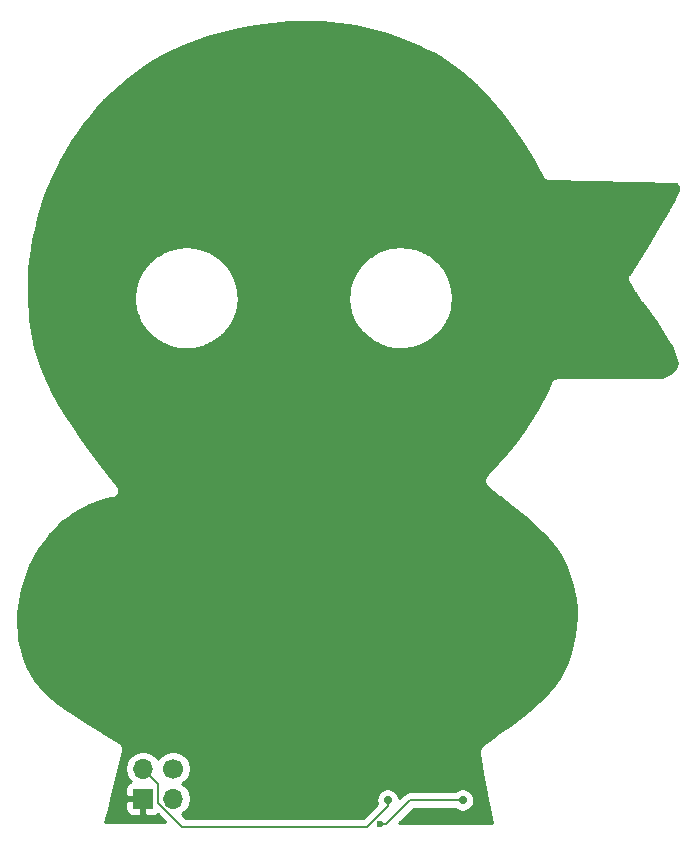
<source format=gbr>
G04 #@! TF.GenerationSoftware,KiCad,Pcbnew,(5.1.5)-3*
G04 #@! TF.CreationDate,2020-08-11T16:55:21+02:00*
G04 #@! TF.ProjectId,Badge addon Ninja prize,42616467-6520-4616-9464-6f6e204e696e,rev?*
G04 #@! TF.SameCoordinates,Original*
G04 #@! TF.FileFunction,Copper,L1,Top*
G04 #@! TF.FilePolarity,Positive*
%FSLAX46Y46*%
G04 Gerber Fmt 4.6, Leading zero omitted, Abs format (unit mm)*
G04 Created by KiCad (PCBNEW (5.1.5)-3) date 2020-08-11 16:55:21*
%MOMM*%
%LPD*%
G04 APERTURE LIST*
%ADD10C,0.704800*%
%ADD11R,1.700000X1.700000*%
%ADD12O,1.700000X1.700000*%
%ADD13C,1.700000*%
%ADD14C,0.600000*%
%ADD15C,0.200000*%
%ADD16C,0.254000*%
G04 APERTURE END LIST*
D10*
X97025000Y-131600000D03*
X103375000Y-131600000D03*
D11*
X76300000Y-131470000D03*
D12*
X76300000Y-128930000D03*
X78840000Y-131470000D03*
D13*
X78840000Y-128930000D03*
D14*
X73400000Y-133275000D03*
X105500000Y-133250000D03*
X96400000Y-133600000D03*
D15*
X77600000Y-131823962D02*
X77600000Y-130230000D01*
X95273368Y-133850000D02*
X79626038Y-133850000D01*
X97025000Y-131600000D02*
X97025000Y-132098368D01*
X79626038Y-133850000D02*
X77600000Y-131823962D01*
X97025000Y-132098368D02*
X95273368Y-133850000D01*
X77149999Y-129779999D02*
X76300000Y-128930000D01*
X77600000Y-130230000D02*
X77149999Y-129779999D01*
X96400000Y-133600000D02*
X96900000Y-133600000D01*
X98900000Y-131600000D02*
X103375000Y-131600000D01*
X96900000Y-133600000D02*
X98900000Y-131600000D01*
D16*
G36*
X91466817Y-65760336D02*
G01*
X92164607Y-65812902D01*
X92864503Y-65885869D01*
X93561142Y-65979028D01*
X94253909Y-66092559D01*
X94942094Y-66226603D01*
X95625098Y-66381324D01*
X96302293Y-66556876D01*
X96973025Y-66753412D01*
X97636671Y-66971084D01*
X98292659Y-67210066D01*
X98940349Y-67470508D01*
X99579102Y-67752556D01*
X100208359Y-68056394D01*
X100827494Y-68382173D01*
X101435931Y-68730076D01*
X102022650Y-69093811D01*
X102657317Y-69553373D01*
X103279076Y-70044121D01*
X103880542Y-70559030D01*
X104462236Y-71096809D01*
X105024713Y-71656192D01*
X105568444Y-72235827D01*
X106093933Y-72834393D01*
X106601663Y-73450528D01*
X107092143Y-74082895D01*
X107563354Y-74726696D01*
X108465089Y-76064029D01*
X109302923Y-77439927D01*
X110083095Y-78846183D01*
X110107668Y-78894734D01*
X110136558Y-78931583D01*
X110163192Y-78970126D01*
X110178109Y-78984584D01*
X110190919Y-79000923D01*
X110226446Y-79031432D01*
X110260085Y-79064035D01*
X110277532Y-79075302D01*
X110293286Y-79088831D01*
X110334089Y-79111826D01*
X110373436Y-79137236D01*
X110392746Y-79144883D01*
X110410838Y-79155079D01*
X110455346Y-79169673D01*
X110498890Y-79186917D01*
X110519317Y-79190649D01*
X110539054Y-79197121D01*
X110585559Y-79202752D01*
X110631626Y-79211169D01*
X110686054Y-79210318D01*
X121391195Y-79449360D01*
X121414229Y-79463357D01*
X121491965Y-79533129D01*
X121533439Y-79590190D01*
X121557685Y-79646138D01*
X121572426Y-79718152D01*
X121574689Y-79817734D01*
X121558675Y-79946878D01*
X121523901Y-80089740D01*
X121380701Y-80466436D01*
X121182123Y-80858504D01*
X120752877Y-81598435D01*
X120751838Y-81599894D01*
X120735936Y-81627636D01*
X120720002Y-81655104D01*
X120719265Y-81656723D01*
X119941449Y-83013724D01*
X119115569Y-84370360D01*
X117419646Y-87020872D01*
X117411997Y-87029378D01*
X117383353Y-87077594D01*
X117371323Y-87096395D01*
X117366157Y-87106539D01*
X117343080Y-87145384D01*
X117335609Y-87166523D01*
X117325433Y-87186506D01*
X117313174Y-87230008D01*
X117298120Y-87272606D01*
X117294917Y-87294795D01*
X117288834Y-87316381D01*
X117285298Y-87361434D01*
X117278842Y-87406155D01*
X117280030Y-87428544D01*
X117278275Y-87450899D01*
X117283596Y-87495779D01*
X117285990Y-87540898D01*
X117291522Y-87562625D01*
X117294163Y-87584894D01*
X117308137Y-87627870D01*
X117319287Y-87671659D01*
X117328953Y-87691891D01*
X117335886Y-87713214D01*
X117357972Y-87752632D01*
X117362879Y-87762903D01*
X117374427Y-87781999D01*
X117401842Y-87830929D01*
X117409275Y-87839628D01*
X117892758Y-88639168D01*
X117902529Y-88656859D01*
X117910168Y-88667958D01*
X117917129Y-88679470D01*
X117929216Y-88695635D01*
X118481080Y-89497497D01*
X118486236Y-89506213D01*
X118500117Y-89525158D01*
X118513471Y-89544561D01*
X118520021Y-89552323D01*
X119699964Y-91162689D01*
X120256829Y-91969533D01*
X120756283Y-92791439D01*
X120970469Y-93199291D01*
X121163848Y-93618825D01*
X121331080Y-94046136D01*
X121460457Y-94453533D01*
X121478503Y-94576573D01*
X121475921Y-94689669D01*
X121454820Y-94800323D01*
X121414401Y-94912990D01*
X121353036Y-95028740D01*
X121269832Y-95146128D01*
X121165209Y-95262369D01*
X121040922Y-95374219D01*
X120899708Y-95478536D01*
X120757491Y-95564933D01*
X120396981Y-95724567D01*
X120240504Y-95770907D01*
X120073791Y-95804374D01*
X119915812Y-95820538D01*
X119732502Y-95819886D01*
X117697498Y-95802517D01*
X117693907Y-95802171D01*
X117663904Y-95802231D01*
X117633825Y-95801974D01*
X117630223Y-95802298D01*
X115551102Y-95806437D01*
X111409183Y-95807352D01*
X111376468Y-95804048D01*
X111341896Y-95807367D01*
X111340971Y-95807367D01*
X111308349Y-95810587D01*
X111242152Y-95816942D01*
X111241262Y-95817210D01*
X111240337Y-95817301D01*
X111176610Y-95836648D01*
X111112934Y-95855793D01*
X111112115Y-95856228D01*
X111111223Y-95856499D01*
X111052468Y-95887921D01*
X110993777Y-95919105D01*
X110993057Y-95919693D01*
X110992236Y-95920132D01*
X110940871Y-95962306D01*
X110889261Y-96004448D01*
X110888667Y-96005168D01*
X110887951Y-96005756D01*
X110845763Y-96057184D01*
X110803403Y-96108542D01*
X110802964Y-96109359D01*
X110802373Y-96110079D01*
X110770989Y-96168825D01*
X110755514Y-96197606D01*
X110755159Y-96198458D01*
X110738792Y-96229094D01*
X110729253Y-96260565D01*
X110486054Y-96843621D01*
X110224902Y-97415317D01*
X109954456Y-97957901D01*
X109676844Y-98470567D01*
X109081761Y-99451289D01*
X108443895Y-100373500D01*
X107755443Y-101272531D01*
X107012926Y-102176875D01*
X105371217Y-104095478D01*
X105342076Y-104124686D01*
X105308769Y-104174658D01*
X105274410Y-104223859D01*
X105271401Y-104230722D01*
X105267240Y-104236964D01*
X105244322Y-104292471D01*
X105220221Y-104347433D01*
X105218608Y-104354754D01*
X105215746Y-104361685D01*
X105204098Y-104420596D01*
X105191182Y-104479205D01*
X105191028Y-104486698D01*
X105189573Y-104494056D01*
X105189642Y-104554098D01*
X105188408Y-104614108D01*
X105189719Y-104621491D01*
X105189728Y-104628988D01*
X105201508Y-104687860D01*
X105212006Y-104746961D01*
X105214731Y-104753943D01*
X105216203Y-104761298D01*
X105239242Y-104816739D01*
X105261069Y-104872659D01*
X105265106Y-104878979D01*
X105267983Y-104885901D01*
X105301391Y-104935776D01*
X105333712Y-104986369D01*
X105338903Y-104991778D01*
X105343076Y-104998008D01*
X105385588Y-105040423D01*
X105427142Y-105083722D01*
X105460960Y-105107338D01*
X106462545Y-105927402D01*
X106465014Y-105929816D01*
X106488569Y-105948709D01*
X106511938Y-105967843D01*
X106514812Y-105969759D01*
X107557284Y-106805916D01*
X108602914Y-107667340D01*
X109595613Y-108548297D01*
X110054094Y-108992362D01*
X110488268Y-109446443D01*
X110891031Y-109908502D01*
X111258449Y-110379303D01*
X111586953Y-110859726D01*
X111873253Y-111350719D01*
X112114452Y-111853632D01*
X112316791Y-112394056D01*
X112562746Y-113097850D01*
X112743912Y-113811296D01*
X112868209Y-114551020D01*
X112935627Y-115310173D01*
X112946422Y-116081737D01*
X112900930Y-116858655D01*
X112799800Y-117633909D01*
X112643817Y-118400431D01*
X112433942Y-119151182D01*
X112171289Y-119879259D01*
X111857150Y-120577808D01*
X111492949Y-121240191D01*
X111080251Y-121859945D01*
X110620632Y-122430993D01*
X110109270Y-122954107D01*
X109846566Y-123184725D01*
X109557734Y-123412364D01*
X109536894Y-123428058D01*
X109531345Y-123433162D01*
X109525417Y-123437834D01*
X109506599Y-123455923D01*
X108984802Y-123935867D01*
X108456452Y-124376959D01*
X107338136Y-125223429D01*
X106210192Y-126042805D01*
X106204713Y-126046155D01*
X106182941Y-126062601D01*
X106160931Y-126078590D01*
X106156144Y-126082843D01*
X105619727Y-126488044D01*
X105611255Y-126493573D01*
X105592886Y-126508319D01*
X105574102Y-126522508D01*
X105566671Y-126529363D01*
X105022286Y-126966373D01*
X104977964Y-126999435D01*
X104947167Y-127033605D01*
X104914296Y-127065773D01*
X104902096Y-127083612D01*
X104887627Y-127099665D01*
X104864090Y-127139183D01*
X104838124Y-127177149D01*
X104829639Y-127197025D01*
X104818579Y-127215593D01*
X104803204Y-127258944D01*
X104785143Y-127301247D01*
X104780698Y-127322398D01*
X104773474Y-127342765D01*
X104766852Y-127388280D01*
X104757391Y-127433295D01*
X104757157Y-127454907D01*
X104754046Y-127476292D01*
X104756430Y-127522220D01*
X104755933Y-127568219D01*
X104766135Y-127622568D01*
X105017344Y-129284302D01*
X105018312Y-129295652D01*
X105022376Y-129317582D01*
X105025703Y-129339593D01*
X105028496Y-129350615D01*
X105331889Y-130987963D01*
X105332529Y-130994148D01*
X105338017Y-131021035D01*
X105343016Y-131048015D01*
X105344743Y-131053988D01*
X105856893Y-133563253D01*
X98004409Y-133535037D01*
X99204447Y-132335000D01*
X102713605Y-132335000D01*
X102745569Y-132366964D01*
X102907291Y-132475023D01*
X103086986Y-132549455D01*
X103277750Y-132587400D01*
X103472250Y-132587400D01*
X103663014Y-132549455D01*
X103842709Y-132475023D01*
X104004431Y-132366964D01*
X104141964Y-132229431D01*
X104250023Y-132067709D01*
X104324455Y-131888014D01*
X104362400Y-131697250D01*
X104362400Y-131502750D01*
X104324455Y-131311986D01*
X104250023Y-131132291D01*
X104141964Y-130970569D01*
X104004431Y-130833036D01*
X103842709Y-130724977D01*
X103663014Y-130650545D01*
X103472250Y-130612600D01*
X103277750Y-130612600D01*
X103086986Y-130650545D01*
X102907291Y-130724977D01*
X102745569Y-130833036D01*
X102713605Y-130865000D01*
X98936096Y-130865000D01*
X98899999Y-130861445D01*
X98863902Y-130865000D01*
X98863895Y-130865000D01*
X98770132Y-130874235D01*
X98755914Y-130875635D01*
X98713886Y-130888384D01*
X98617367Y-130917663D01*
X98489680Y-130985913D01*
X98377762Y-131077762D01*
X98354746Y-131105807D01*
X98003342Y-131457211D01*
X97974455Y-131311986D01*
X97900023Y-131132291D01*
X97791964Y-130970569D01*
X97654431Y-130833036D01*
X97492709Y-130724977D01*
X97313014Y-130650545D01*
X97122250Y-130612600D01*
X96927750Y-130612600D01*
X96736986Y-130650545D01*
X96557291Y-130724977D01*
X96395569Y-130833036D01*
X96258036Y-130970569D01*
X96149977Y-131132291D01*
X96075545Y-131311986D01*
X96037600Y-131502750D01*
X96037600Y-131697250D01*
X96075545Y-131888014D01*
X96110798Y-131973123D01*
X94968922Y-133115000D01*
X79930485Y-133115000D01*
X79578218Y-132762733D01*
X79786632Y-132623475D01*
X79993475Y-132416632D01*
X80155990Y-132173411D01*
X80267932Y-131903158D01*
X80325000Y-131616260D01*
X80325000Y-131323740D01*
X80267932Y-131036842D01*
X80155990Y-130766589D01*
X79993475Y-130523368D01*
X79786632Y-130316525D01*
X79612240Y-130200000D01*
X79786632Y-130083475D01*
X79993475Y-129876632D01*
X80155990Y-129633411D01*
X80267932Y-129363158D01*
X80325000Y-129076260D01*
X80325000Y-128783740D01*
X80267932Y-128496842D01*
X80155990Y-128226589D01*
X79993475Y-127983368D01*
X79786632Y-127776525D01*
X79543411Y-127614010D01*
X79273158Y-127502068D01*
X78986260Y-127445000D01*
X78693740Y-127445000D01*
X78406842Y-127502068D01*
X78136589Y-127614010D01*
X77893368Y-127776525D01*
X77686525Y-127983368D01*
X77570000Y-128157760D01*
X77453475Y-127983368D01*
X77246632Y-127776525D01*
X77003411Y-127614010D01*
X76733158Y-127502068D01*
X76446260Y-127445000D01*
X76153740Y-127445000D01*
X75866842Y-127502068D01*
X75596589Y-127614010D01*
X75353368Y-127776525D01*
X75146525Y-127983368D01*
X74984010Y-128226589D01*
X74872068Y-128496842D01*
X74815000Y-128783740D01*
X74815000Y-129076260D01*
X74872068Y-129363158D01*
X74984010Y-129633411D01*
X75146525Y-129876632D01*
X75278380Y-130008487D01*
X75205820Y-130030498D01*
X75095506Y-130089463D01*
X74998815Y-130168815D01*
X74919463Y-130265506D01*
X74860498Y-130375820D01*
X74824188Y-130495518D01*
X74811928Y-130620000D01*
X74815000Y-131184250D01*
X74973750Y-131343000D01*
X76173000Y-131343000D01*
X76173000Y-131323000D01*
X76427000Y-131323000D01*
X76427000Y-131343000D01*
X76447000Y-131343000D01*
X76447000Y-131597000D01*
X76427000Y-131597000D01*
X76427000Y-132796250D01*
X76585750Y-132955000D01*
X77150000Y-132958072D01*
X77274482Y-132945812D01*
X77394180Y-132909502D01*
X77504494Y-132850537D01*
X77549881Y-132813289D01*
X78200470Y-133463878D01*
X74143539Y-133449301D01*
X74141807Y-133449126D01*
X74125609Y-133449086D01*
X74075709Y-133446414D01*
X74058300Y-133448918D01*
X73120861Y-133446585D01*
X73385967Y-132320000D01*
X74811928Y-132320000D01*
X74824188Y-132444482D01*
X74860498Y-132564180D01*
X74919463Y-132674494D01*
X74998815Y-132771185D01*
X75095506Y-132850537D01*
X75205820Y-132909502D01*
X75325518Y-132945812D01*
X75450000Y-132958072D01*
X76014250Y-132955000D01*
X76173000Y-132796250D01*
X76173000Y-131597000D01*
X74973750Y-131597000D01*
X74815000Y-131755750D01*
X74811928Y-132320000D01*
X73385967Y-132320000D01*
X73577391Y-131506534D01*
X74568965Y-127413789D01*
X74584664Y-127351439D01*
X74586519Y-127314598D01*
X74591650Y-127278062D01*
X74589904Y-127247375D01*
X74591450Y-127216676D01*
X74586081Y-127180176D01*
X74583986Y-127143347D01*
X74576287Y-127113589D01*
X74571814Y-127083180D01*
X74559429Y-127048431D01*
X74550188Y-127012714D01*
X74536833Y-126985034D01*
X74526513Y-126956079D01*
X74507582Y-126924407D01*
X74491554Y-126891187D01*
X74473056Y-126866644D01*
X74457284Y-126840258D01*
X74432541Y-126812891D01*
X74410338Y-126783433D01*
X74387409Y-126762972D01*
X74366791Y-126740168D01*
X74337178Y-126718149D01*
X74309660Y-126693594D01*
X74254316Y-126661002D01*
X72979869Y-125895008D01*
X72979002Y-125894368D01*
X72950808Y-125877542D01*
X72923100Y-125860888D01*
X72922142Y-125860433D01*
X71627527Y-125087798D01*
X70338068Y-124266657D01*
X69728820Y-123841429D01*
X69143813Y-123397448D01*
X68591856Y-122934078D01*
X68078273Y-122448533D01*
X67607993Y-121937986D01*
X67185510Y-121399425D01*
X66814817Y-120829307D01*
X66499607Y-120223309D01*
X66240217Y-119567567D01*
X66138374Y-119235307D01*
X66046929Y-118868070D01*
X65924471Y-118351107D01*
X65833566Y-117843201D01*
X65770209Y-117330329D01*
X65733990Y-116813732D01*
X65724499Y-116294611D01*
X65741292Y-115774217D01*
X65783948Y-115253833D01*
X65852011Y-114734794D01*
X65945015Y-114218403D01*
X66062489Y-113705948D01*
X66203923Y-113198804D01*
X66368807Y-112698282D01*
X66556606Y-112205716D01*
X66766782Y-111722416D01*
X66998755Y-111249744D01*
X67251965Y-110788978D01*
X67525806Y-110341455D01*
X67819679Y-109908455D01*
X68133000Y-109491224D01*
X68465129Y-109091051D01*
X68815442Y-108709173D01*
X69183352Y-108346778D01*
X69568242Y-108005054D01*
X69969509Y-107685176D01*
X70386562Y-107388285D01*
X70818889Y-107115466D01*
X71265926Y-106867836D01*
X71727237Y-106646453D01*
X72202378Y-106452388D01*
X72690989Y-106286705D01*
X73192756Y-106150492D01*
X73717122Y-106042865D01*
X73772035Y-106033543D01*
X73814607Y-106017299D01*
X73858148Y-106003801D01*
X73877523Y-105993293D01*
X73898103Y-105985440D01*
X73936689Y-105961203D01*
X73976759Y-105939470D01*
X73993707Y-105925388D01*
X74012365Y-105913668D01*
X74045483Y-105882366D01*
X74080541Y-105853236D01*
X74094418Y-105836115D01*
X74110428Y-105820983D01*
X74136805Y-105783819D01*
X74165504Y-105748411D01*
X74175773Y-105728916D01*
X74188525Y-105710948D01*
X74207144Y-105669355D01*
X74228386Y-105629026D01*
X74234654Y-105607900D01*
X74243656Y-105587791D01*
X74253801Y-105543368D01*
X74266768Y-105499667D01*
X74268795Y-105477719D01*
X74273699Y-105456245D01*
X74274984Y-105410696D01*
X74279175Y-105365306D01*
X74276882Y-105343391D01*
X74277503Y-105321366D01*
X74269875Y-105276431D01*
X74265132Y-105231106D01*
X74258608Y-105210062D01*
X74254920Y-105188336D01*
X74238672Y-105145755D01*
X74225178Y-105102225D01*
X74214672Y-105082855D01*
X74206817Y-105062268D01*
X74182572Y-105023670D01*
X74160847Y-104983614D01*
X74125258Y-104940783D01*
X72857661Y-103304234D01*
X71578192Y-101607999D01*
X70956397Y-100744734D01*
X70352443Y-99867245D01*
X69773928Y-98976975D01*
X69227082Y-98073572D01*
X68718205Y-97156930D01*
X68253424Y-96226858D01*
X67838768Y-95283149D01*
X67480142Y-94325565D01*
X67183289Y-93353673D01*
X66953855Y-92366854D01*
X66796343Y-91357308D01*
X66747875Y-90856155D01*
X66719919Y-90357772D01*
X66720064Y-90352070D01*
X66718037Y-90324227D01*
X66716470Y-90296293D01*
X66715592Y-90290645D01*
X66652142Y-89419128D01*
X66647131Y-89257955D01*
X75541196Y-89257955D01*
X75541777Y-89279025D01*
X75543350Y-89293182D01*
X75544158Y-89309342D01*
X75544522Y-89314498D01*
X75546451Y-89335717D01*
X75549394Y-89372995D01*
X75549415Y-89373264D01*
X75552390Y-89409958D01*
X75556360Y-89462558D01*
X75556415Y-89463264D01*
X75559415Y-89500264D01*
X75559421Y-89500333D01*
X75563371Y-89548724D01*
X75565323Y-89576048D01*
X75565374Y-89576740D01*
X75568374Y-89615740D01*
X75568457Y-89616770D01*
X75572457Y-89663770D01*
X75574009Y-89675498D01*
X75583009Y-89725498D01*
X75597049Y-89802718D01*
X75597175Y-89803405D01*
X75606175Y-89851405D01*
X75616063Y-89904801D01*
X75625978Y-89960325D01*
X75626049Y-89960718D01*
X75632049Y-89993718D01*
X75632101Y-89994008D01*
X75639101Y-90032008D01*
X75639123Y-90032125D01*
X75644123Y-90059125D01*
X75646886Y-90070890D01*
X75658886Y-90112890D01*
X75659080Y-90113560D01*
X75672956Y-90161134D01*
X75691886Y-90226890D01*
X75709886Y-90289890D01*
X75710021Y-90290356D01*
X75730021Y-90359356D01*
X75730048Y-90359451D01*
X75755048Y-90445451D01*
X75758838Y-90456549D01*
X75836838Y-90654549D01*
X75837032Y-90655038D01*
X75900032Y-90813038D01*
X75904790Y-90823554D01*
X76086790Y-91181554D01*
X76092407Y-91191474D01*
X76240407Y-91427474D01*
X76241282Y-91428850D01*
X76301282Y-91521850D01*
X76307077Y-91530094D01*
X76417077Y-91674094D01*
X76417987Y-91675271D01*
X76471399Y-91743519D01*
X76489887Y-91767846D01*
X76490921Y-91769187D01*
X76515921Y-91801187D01*
X76515987Y-91801271D01*
X76533987Y-91824271D01*
X76534320Y-91824695D01*
X76548345Y-91842460D01*
X76559400Y-91857200D01*
X76567381Y-91866817D01*
X76589381Y-91890817D01*
X76590408Y-91891923D01*
X76636408Y-91940923D01*
X76636925Y-91941471D01*
X76674483Y-91981006D01*
X76743114Y-92054610D01*
X76743519Y-92055041D01*
X76791043Y-92105535D01*
X76826680Y-92144142D01*
X76828307Y-92145872D01*
X76851307Y-92169872D01*
X76859514Y-92177703D01*
X76906370Y-92218577D01*
X76938080Y-92246323D01*
X77017700Y-92316986D01*
X77017883Y-92317149D01*
X77086883Y-92378149D01*
X77087049Y-92378296D01*
X77129049Y-92415296D01*
X77129370Y-92415577D01*
X77152085Y-92435453D01*
X77163858Y-92446320D01*
X77173800Y-92454600D01*
X77257355Y-92517266D01*
X77315981Y-92561981D01*
X77316800Y-92562600D01*
X77388800Y-92616600D01*
X77396986Y-92622253D01*
X77437046Y-92647657D01*
X77524110Y-92705040D01*
X77524110Y-92705039D01*
X77574043Y-92737995D01*
X77574700Y-92738426D01*
X77617700Y-92766426D01*
X77621659Y-92768902D01*
X77646659Y-92783902D01*
X77649947Y-92785808D01*
X77674597Y-92799612D01*
X77704387Y-92816493D01*
X77704737Y-92816690D01*
X77736737Y-92834690D01*
X77737323Y-92835018D01*
X77763292Y-92849445D01*
X77824229Y-92884828D01*
X77826047Y-92885864D01*
X77859945Y-92904807D01*
X77875737Y-92913690D01*
X77882905Y-92917427D01*
X77907906Y-92929465D01*
X77945966Y-92949446D01*
X77949378Y-92951172D01*
X77987136Y-92969567D01*
X78020917Y-92986940D01*
X78023593Y-92988276D01*
X78055277Y-93003638D01*
X78090986Y-93021975D01*
X78093593Y-93023276D01*
X78126593Y-93039276D01*
X78127205Y-93039571D01*
X78150205Y-93050571D01*
X78154504Y-93052530D01*
X78214234Y-93078413D01*
X78254947Y-93096287D01*
X78256400Y-93096914D01*
X78288662Y-93110601D01*
X78328947Y-93128287D01*
X78329592Y-93128568D01*
X78366395Y-93144483D01*
X78398096Y-93158352D01*
X78400645Y-93159434D01*
X78417645Y-93166434D01*
X78423285Y-93168601D01*
X78450319Y-93178256D01*
X78473407Y-93186914D01*
X78474599Y-93187354D01*
X78506983Y-93199130D01*
X78530407Y-93207914D01*
X78530891Y-93208094D01*
X78584567Y-93227974D01*
X78616407Y-93239914D01*
X78617365Y-93240269D01*
X78656584Y-93254618D01*
X78664833Y-93257917D01*
X78677110Y-93262114D01*
X78697176Y-93267847D01*
X78729169Y-93277542D01*
X78729507Y-93277644D01*
X78759507Y-93286644D01*
X78760591Y-93286964D01*
X78790923Y-93295770D01*
X78833248Y-93308566D01*
X78834015Y-93308795D01*
X78877707Y-93321704D01*
X78917507Y-93333644D01*
X78927837Y-93336276D01*
X78965837Y-93344276D01*
X78966192Y-93344350D01*
X79019044Y-93355319D01*
X79099914Y-93372292D01*
X79100098Y-93372331D01*
X79148098Y-93382331D01*
X79159780Y-93384201D01*
X79230780Y-93392201D01*
X79231565Y-93392287D01*
X79278565Y-93397287D01*
X79284159Y-93397758D01*
X79381159Y-93403758D01*
X79381542Y-93403781D01*
X79415542Y-93405781D01*
X79418413Y-93405917D01*
X79501413Y-93408917D01*
X79501623Y-93408925D01*
X79588623Y-93411925D01*
X79591260Y-93411988D01*
X79664260Y-93412988D01*
X79664589Y-93412992D01*
X79709383Y-93413490D01*
X79766329Y-93414239D01*
X79768297Y-93414250D01*
X79821797Y-93414125D01*
X79876397Y-93414062D01*
X79877176Y-93414059D01*
X79950051Y-93413528D01*
X79951513Y-93413509D01*
X80045451Y-93411743D01*
X80046200Y-93411726D01*
X80142669Y-93409343D01*
X80144014Y-93409303D01*
X80259492Y-93405226D01*
X80260794Y-93405173D01*
X80395789Y-93399020D01*
X80398144Y-93398891D01*
X80570641Y-93387815D01*
X80573837Y-93387569D01*
X80733226Y-93373287D01*
X80736144Y-93372992D01*
X80877348Y-93357045D01*
X80884523Y-93356026D01*
X80984552Y-93338904D01*
X80991224Y-93337578D01*
X81153099Y-93300853D01*
X81163340Y-93298075D01*
X81253196Y-93269621D01*
X81253654Y-93269475D01*
X81313726Y-93250202D01*
X81320337Y-93247878D01*
X81359874Y-93232741D01*
X81361247Y-93232206D01*
X81424515Y-93207138D01*
X81425788Y-93206625D01*
X81491922Y-93179591D01*
X81496466Y-93177630D01*
X81563386Y-93147180D01*
X81657807Y-93104472D01*
X81661423Y-93102767D01*
X81716189Y-93075888D01*
X81743413Y-93062527D01*
X81785762Y-93041973D01*
X81786006Y-93041855D01*
X81834680Y-93018103D01*
X81837732Y-93016562D01*
X81882741Y-92993078D01*
X81883307Y-92992781D01*
X81926913Y-92969749D01*
X81997040Y-92933323D01*
X81998069Y-92932783D01*
X82070204Y-92894472D01*
X82130780Y-92862374D01*
X82136623Y-92859077D01*
X82198324Y-92822084D01*
X82280518Y-92773180D01*
X82281010Y-92772886D01*
X82364220Y-92722867D01*
X82365320Y-92722198D01*
X82408426Y-92695688D01*
X82414014Y-92692046D01*
X82466567Y-92655791D01*
X82466691Y-92655705D01*
X82502441Y-92630979D01*
X82559285Y-92591754D01*
X82587404Y-92572351D01*
X82626464Y-92545648D01*
X82632844Y-92540989D01*
X82665449Y-92515586D01*
X82666820Y-92514503D01*
X82707623Y-92481801D01*
X82707696Y-92481741D01*
X82756098Y-92442890D01*
X82804336Y-92404170D01*
X82864336Y-92356170D01*
X82872150Y-92349379D01*
X82923923Y-92300536D01*
X82960683Y-92267646D01*
X82977313Y-92249581D01*
X82987174Y-92233465D01*
X82987260Y-92233387D01*
X83035260Y-92189387D01*
X83069010Y-92158615D01*
X83069860Y-92157833D01*
X83083860Y-92144833D01*
X83087246Y-92141571D01*
X83103345Y-92125472D01*
X83114895Y-92114384D01*
X83115630Y-92113672D01*
X83125880Y-92103672D01*
X83126338Y-92103224D01*
X83134963Y-92094724D01*
X83135169Y-92094520D01*
X83141482Y-92088270D01*
X83145435Y-92084177D01*
X83156747Y-92071927D01*
X83157415Y-92071197D01*
X83167128Y-92060512D01*
X83189906Y-92035754D01*
X83191089Y-92034451D01*
X83207623Y-92015971D01*
X83239062Y-91981585D01*
X83261062Y-91957585D01*
X83261415Y-91957197D01*
X83281415Y-91935197D01*
X83281841Y-91934727D01*
X83299404Y-91915213D01*
X83332957Y-91878699D01*
X83333841Y-91877727D01*
X83351715Y-91857867D01*
X83411062Y-91792585D01*
X83421919Y-91780741D01*
X83433763Y-91767910D01*
X83442043Y-91757968D01*
X83448043Y-91749968D01*
X83449152Y-91748466D01*
X83464317Y-91727614D01*
X83495463Y-91686735D01*
X83496043Y-91685968D01*
X83514043Y-91661968D01*
X83514685Y-91661104D01*
X83528349Y-91642560D01*
X83552043Y-91610968D01*
X83552495Y-91610362D01*
X83571829Y-91584261D01*
X83591106Y-91559201D01*
X83592573Y-91557256D01*
X83609495Y-91534362D01*
X83628615Y-91508550D01*
X83655691Y-91473738D01*
X83657043Y-91471968D01*
X83675043Y-91447968D01*
X83676787Y-91445585D01*
X83691787Y-91424585D01*
X83696810Y-91416992D01*
X83707810Y-91398992D01*
X83708604Y-91397675D01*
X83730022Y-91361655D01*
X83742427Y-91341615D01*
X83743001Y-91340678D01*
X83760001Y-91312678D01*
X83760345Y-91312109D01*
X83795988Y-91252704D01*
X83811604Y-91227328D01*
X83812781Y-91225377D01*
X83825211Y-91204342D01*
X83840604Y-91179328D01*
X83841001Y-91178678D01*
X83858001Y-91150678D01*
X83858121Y-91150480D01*
X83884092Y-91107529D01*
X83907092Y-91069529D01*
X83912035Y-91060564D01*
X83923035Y-91038564D01*
X83925257Y-91033884D01*
X83933484Y-91015602D01*
X83949681Y-90982255D01*
X83950671Y-90980167D01*
X83969227Y-90940124D01*
X83983763Y-90910084D01*
X83983813Y-90909981D01*
X83997813Y-90880981D01*
X83998197Y-90880178D01*
X84018585Y-90837178D01*
X84019503Y-90835198D01*
X84027706Y-90817101D01*
X84034289Y-90803149D01*
X84041187Y-90789261D01*
X84042754Y-90785988D01*
X84048388Y-90773781D01*
X84058541Y-90752552D01*
X84063035Y-90743564D01*
X84065497Y-90738348D01*
X84072329Y-90722976D01*
X84084035Y-90699564D01*
X84090926Y-90682929D01*
X84091744Y-90680475D01*
X84092360Y-90678935D01*
X84094926Y-90671929D01*
X84097744Y-90663475D01*
X84098360Y-90661935D01*
X84100926Y-90654929D01*
X84103182Y-90648161D01*
X84105357Y-90642361D01*
X84106926Y-90637929D01*
X84108182Y-90634161D01*
X84110357Y-90628361D01*
X84111926Y-90623929D01*
X84112504Y-90622195D01*
X84117044Y-90609483D01*
X84117926Y-90606929D01*
X84118385Y-90605552D01*
X84121797Y-90596169D01*
X84122044Y-90595483D01*
X84127044Y-90581483D01*
X84127203Y-90581036D01*
X84133149Y-90564189D01*
X84143044Y-90536483D01*
X84143203Y-90536036D01*
X84149203Y-90519036D01*
X84149456Y-90518311D01*
X84158309Y-90492736D01*
X84163789Y-90477209D01*
X84169357Y-90462361D01*
X84170394Y-90459490D01*
X84177279Y-90439697D01*
X84184987Y-90420854D01*
X84186975Y-90415677D01*
X84200975Y-90376677D01*
X84201505Y-90375169D01*
X84211378Y-90346536D01*
X84218313Y-90326723D01*
X84218394Y-90326490D01*
X84226394Y-90303490D01*
X84229897Y-90291567D01*
X84236764Y-90263118D01*
X84240651Y-90247570D01*
X84240936Y-90246406D01*
X84246936Y-90221406D01*
X84247191Y-90220325D01*
X84253065Y-90194871D01*
X84266844Y-90137785D01*
X84266845Y-90137785D01*
X84275764Y-90101118D01*
X84284651Y-90065570D01*
X84285067Y-90063856D01*
X84292867Y-90030706D01*
X84300651Y-89999570D01*
X84301121Y-89997626D01*
X84307897Y-89968586D01*
X84312651Y-89949570D01*
X84312936Y-89948406D01*
X84318936Y-89923406D01*
X84319067Y-89922856D01*
X84323067Y-89905856D01*
X84325308Y-89893711D01*
X84332308Y-89841711D01*
X84332307Y-89841711D01*
X84341263Y-89776037D01*
X84355263Y-89674037D01*
X84355408Y-89672947D01*
X84369408Y-89563947D01*
X84369492Y-89563282D01*
X84377492Y-89498282D01*
X84378243Y-89489884D01*
X84389243Y-89293884D01*
X84389443Y-89286768D01*
X84389443Y-89217000D01*
X93693000Y-89217000D01*
X93693000Y-89248500D01*
X93693034Y-89251458D01*
X93696534Y-89401708D01*
X93696604Y-89403883D01*
X93698854Y-89459508D01*
X93699063Y-89463288D01*
X93701688Y-89500601D01*
X93701755Y-89501501D01*
X93705757Y-89553142D01*
X93705919Y-89555049D01*
X93711491Y-89615172D01*
X93713457Y-89638270D01*
X93714855Y-89649130D01*
X93721804Y-89689333D01*
X93740728Y-89802879D01*
X93740786Y-89803223D01*
X93770786Y-89980223D01*
X93772674Y-89989326D01*
X93787674Y-90050326D01*
X93787834Y-90050971D01*
X93830762Y-90221684D01*
X93855720Y-90322515D01*
X93858798Y-90332994D01*
X93917498Y-90505114D01*
X93968213Y-90661237D01*
X93972269Y-90672028D01*
X94017146Y-90776742D01*
X94100997Y-90975388D01*
X94105449Y-90984833D01*
X94197449Y-91160833D01*
X94197637Y-91161191D01*
X94256637Y-91273191D01*
X94262201Y-91282723D01*
X94336095Y-91397559D01*
X94395095Y-91489559D01*
X94402007Y-91499297D01*
X94485007Y-91605297D01*
X94488721Y-91609821D01*
X94568721Y-91702821D01*
X94570653Y-91705016D01*
X94652653Y-91796016D01*
X94653586Y-91797039D01*
X94723586Y-91873039D01*
X94724716Y-91874250D01*
X94776716Y-91929250D01*
X94777942Y-91930529D01*
X94812942Y-91966529D01*
X94813433Y-91967032D01*
X94871433Y-92026032D01*
X94872197Y-92026803D01*
X94941197Y-92095803D01*
X94942508Y-92097094D01*
X95012249Y-92164843D01*
X95069982Y-92221580D01*
X95073287Y-92224713D01*
X95155287Y-92299713D01*
X95155680Y-92300071D01*
X95198680Y-92339071D01*
X95202027Y-92342002D01*
X95273027Y-92402002D01*
X95277292Y-92405451D01*
X95330292Y-92446451D01*
X95333730Y-92449019D01*
X95419490Y-92510846D01*
X95510500Y-92577125D01*
X95569800Y-92621600D01*
X95571793Y-92623065D01*
X95621793Y-92659065D01*
X95628392Y-92663509D01*
X95725137Y-92724349D01*
X95823817Y-92787145D01*
X95823986Y-92787253D01*
X95905986Y-92839253D01*
X95908560Y-92840842D01*
X95975560Y-92881125D01*
X95980888Y-92884156D01*
X96026692Y-92908768D01*
X96083323Y-92939567D01*
X96084527Y-92940214D01*
X96183983Y-92992926D01*
X96286338Y-93048575D01*
X96294258Y-93052530D01*
X96386258Y-93094530D01*
X96386447Y-93094617D01*
X96496447Y-93144617D01*
X96501600Y-93146823D01*
X96588600Y-93181823D01*
X96589562Y-93182205D01*
X96673562Y-93215205D01*
X96680627Y-93217743D01*
X96772259Y-93247623D01*
X96864839Y-93278483D01*
X96872679Y-93280818D01*
X96910679Y-93290818D01*
X96911215Y-93290958D01*
X97058215Y-93328958D01*
X97065678Y-93330649D01*
X97106678Y-93338649D01*
X97107336Y-93338776D01*
X97223133Y-93360738D01*
X97262016Y-93368215D01*
X97268841Y-93369335D01*
X97301841Y-93373835D01*
X97302486Y-93373922D01*
X97363223Y-93381888D01*
X97443910Y-93392845D01*
X97444918Y-93392978D01*
X97491918Y-93398978D01*
X97497092Y-93399531D01*
X97554827Y-93404508D01*
X97619327Y-93410462D01*
X97619837Y-93410508D01*
X97653837Y-93413508D01*
X97654154Y-93413536D01*
X97724154Y-93419536D01*
X97725952Y-93419677D01*
X97752927Y-93421604D01*
X97774998Y-93423523D01*
X97781769Y-93423930D01*
X97809665Y-93424860D01*
X97882552Y-93429719D01*
X97882910Y-93429742D01*
X97929910Y-93432742D01*
X97938000Y-93433000D01*
X97938418Y-93433000D01*
X97958109Y-93434421D01*
X97968899Y-93434739D01*
X97988149Y-93434489D01*
X97988652Y-93434482D01*
X98018152Y-93433982D01*
X98021820Y-93433867D01*
X98130820Y-93428867D01*
X98131188Y-93428849D01*
X98172188Y-93426849D01*
X98173045Y-93426804D01*
X98209045Y-93424804D01*
X98209424Y-93424783D01*
X98263545Y-93421614D01*
X98264291Y-93421568D01*
X98281929Y-93420431D01*
X98304767Y-93419118D01*
X98305482Y-93419075D01*
X98331958Y-93417403D01*
X98332937Y-93417337D01*
X98351890Y-93415993D01*
X98355525Y-93415683D01*
X98372412Y-93413997D01*
X98385990Y-93412643D01*
X98404151Y-93410934D01*
X98404739Y-93410877D01*
X98419698Y-93409399D01*
X98429983Y-93408407D01*
X98440793Y-93407398D01*
X98441096Y-93407369D01*
X98453601Y-93406172D01*
X98454137Y-93406120D01*
X98466222Y-93404912D01*
X98481854Y-93403446D01*
X98482155Y-93403417D01*
X98534155Y-93398417D01*
X98534892Y-93398344D01*
X98583458Y-93393388D01*
X98646041Y-93387428D01*
X98646122Y-93387420D01*
X98719122Y-93380420D01*
X98719637Y-93380370D01*
X98749637Y-93377370D01*
X98757125Y-93376395D01*
X98838125Y-93363395D01*
X98840538Y-93362984D01*
X98961884Y-93341102D01*
X99132235Y-93312212D01*
X99142785Y-93309958D01*
X99289785Y-93271958D01*
X99289939Y-93271918D01*
X99416678Y-93238986D01*
X99482678Y-93221986D01*
X99493715Y-93218601D01*
X99605715Y-93178601D01*
X99606098Y-93178464D01*
X99764098Y-93121464D01*
X99764635Y-93121269D01*
X99805635Y-93106269D01*
X99813089Y-93103271D01*
X99879089Y-93074271D01*
X99880553Y-93073617D01*
X99913553Y-93058617D01*
X99918952Y-93056007D01*
X99957952Y-93036007D01*
X99959234Y-93035340D01*
X100013799Y-93006569D01*
X100113592Y-92954677D01*
X100113833Y-92954551D01*
X100201673Y-92908634D01*
X100305524Y-92854712D01*
X100315538Y-92848919D01*
X100393538Y-92798919D01*
X100473270Y-92748090D01*
X100473559Y-92747905D01*
X100565559Y-92688905D01*
X100626154Y-92650164D01*
X100674899Y-92619325D01*
X100684692Y-92612464D01*
X100759692Y-92554464D01*
X100867388Y-92471698D01*
X100867708Y-92471451D01*
X100973708Y-92389451D01*
X100974829Y-92388574D01*
X101022829Y-92350574D01*
X101030459Y-92344026D01*
X101115459Y-92265026D01*
X101115500Y-92264988D01*
X101201500Y-92184988D01*
X101268035Y-92123418D01*
X101304931Y-92089514D01*
X101306690Y-92087866D01*
X101328690Y-92066866D01*
X101336577Y-92058630D01*
X101349065Y-92044358D01*
X101363481Y-92029041D01*
X101366973Y-92025176D01*
X101391863Y-91996457D01*
X101422730Y-91962696D01*
X101423921Y-91961374D01*
X101471921Y-91907374D01*
X101472040Y-91907240D01*
X101510097Y-91864304D01*
X101547146Y-91824330D01*
X101548560Y-91822778D01*
X101574560Y-91793778D01*
X101574921Y-91793374D01*
X101606921Y-91757374D01*
X101614318Y-91748234D01*
X101639318Y-91714234D01*
X101670181Y-91672419D01*
X101670646Y-91671785D01*
X101721417Y-91602100D01*
X101780210Y-91522380D01*
X101780539Y-91521932D01*
X101818318Y-91470234D01*
X101843318Y-91436234D01*
X101843709Y-91435698D01*
X101851709Y-91424698D01*
X101858700Y-91413992D01*
X101865546Y-91402256D01*
X101874937Y-91386291D01*
X101885367Y-91369224D01*
X101887690Y-91365263D01*
X101896127Y-91350264D01*
X101912378Y-91322541D01*
X101950202Y-91258838D01*
X101950338Y-91258609D01*
X101976130Y-91214961D01*
X101996902Y-91180341D01*
X101997466Y-91179392D01*
X102017466Y-91145392D01*
X102017527Y-91145287D01*
X102044194Y-91099854D01*
X102058902Y-91075341D01*
X102065190Y-91063481D01*
X102078190Y-91035481D01*
X102078465Y-91034885D01*
X102198465Y-90772885D01*
X102233355Y-90697124D01*
X102237354Y-90687401D01*
X102257354Y-90632401D01*
X102257801Y-90631152D01*
X102276486Y-90578048D01*
X102311170Y-90483905D01*
X102313480Y-90477036D01*
X102338225Y-90395873D01*
X102354931Y-90343789D01*
X102355591Y-90341670D01*
X102374591Y-90278670D01*
X102375796Y-90274405D01*
X102394796Y-90202405D01*
X102395145Y-90201054D01*
X102424145Y-90086054D01*
X102425738Y-90078863D01*
X102447738Y-89963863D01*
X102447815Y-89963455D01*
X102461815Y-89888955D01*
X102462956Y-89881752D01*
X102468956Y-89835252D01*
X102468966Y-89835171D01*
X102487966Y-89687171D01*
X102488637Y-89680594D01*
X102493637Y-89614594D01*
X102493692Y-89613839D01*
X102499692Y-89527839D01*
X102499703Y-89527678D01*
X102504703Y-89454678D01*
X102504909Y-89450819D01*
X102507889Y-89372357D01*
X102511856Y-89289041D01*
X102511975Y-89285524D01*
X102513288Y-89219461D01*
X102513288Y-89219459D01*
X102514600Y-89153397D01*
X102514620Y-89151946D01*
X102515245Y-89077821D01*
X102515249Y-89077136D01*
X102515499Y-88994886D01*
X102515495Y-88993356D01*
X102515000Y-88938411D01*
X102515000Y-88896000D01*
X102514991Y-88894451D01*
X102514491Y-88853451D01*
X102514369Y-88849233D01*
X102512939Y-88817768D01*
X102512455Y-88795325D01*
X102512408Y-88793678D01*
X102511892Y-88778740D01*
X102511875Y-88778255D01*
X102510844Y-88751382D01*
X102509819Y-88724627D01*
X102509717Y-88720122D01*
X102509640Y-88717732D01*
X102509390Y-88711722D01*
X102509061Y-88706453D01*
X102508588Y-88700777D01*
X102505606Y-88663005D01*
X102505465Y-88661352D01*
X102498465Y-88585352D01*
X102497179Y-88575573D01*
X102478179Y-88464573D01*
X102478075Y-88463970D01*
X102447075Y-88287970D01*
X102446991Y-88287502D01*
X102419991Y-88137502D01*
X102417728Y-88127338D01*
X102384728Y-88003338D01*
X102384525Y-88002584D01*
X102351624Y-87881947D01*
X102307712Y-87717277D01*
X102303914Y-87705407D01*
X102288914Y-87665407D01*
X102288625Y-87664644D01*
X102275921Y-87631418D01*
X102265237Y-87602280D01*
X102265094Y-87601891D01*
X102255094Y-87574891D01*
X102254680Y-87573789D01*
X102246680Y-87552789D01*
X102246535Y-87552410D01*
X102231885Y-87514320D01*
X102221237Y-87485280D01*
X102220914Y-87484407D01*
X102206045Y-87444755D01*
X102195237Y-87415280D01*
X102194914Y-87414407D01*
X102176914Y-87366407D01*
X102176646Y-87365699D01*
X102155646Y-87310699D01*
X102151840Y-87301770D01*
X102134840Y-87265770D01*
X102133911Y-87263847D01*
X102098911Y-87192847D01*
X102098192Y-87191411D01*
X102069694Y-87135398D01*
X102029131Y-87052293D01*
X102029048Y-87052124D01*
X101967484Y-86926467D01*
X101961629Y-86915836D01*
X101896067Y-86809180D01*
X101895170Y-86807742D01*
X101843288Y-86725812D01*
X101798289Y-86653590D01*
X101798215Y-86653471D01*
X101748715Y-86574221D01*
X101741907Y-86564384D01*
X101694907Y-86502884D01*
X101694518Y-86502378D01*
X101555518Y-86322378D01*
X101555311Y-86322111D01*
X101489311Y-86237111D01*
X101480839Y-86227282D01*
X101332075Y-86071529D01*
X101199075Y-85931529D01*
X101189389Y-85922351D01*
X101006830Y-85766727D01*
X100939230Y-85708074D01*
X100938293Y-85707269D01*
X100871293Y-85650269D01*
X100861624Y-85642814D01*
X100521624Y-85405814D01*
X100512334Y-85399919D01*
X100439334Y-85357919D01*
X100438475Y-85357429D01*
X100215475Y-85231429D01*
X100214896Y-85231104D01*
X100128896Y-85183104D01*
X100121266Y-85179177D01*
X99975266Y-85110177D01*
X99973742Y-85109470D01*
X99881742Y-85067470D01*
X99881553Y-85067383D01*
X99804553Y-85032383D01*
X99798592Y-85029855D01*
X99727592Y-85001855D01*
X99727438Y-85001795D01*
X99671438Y-84979795D01*
X99670815Y-84979552D01*
X99564815Y-84938552D01*
X99555859Y-84935466D01*
X99434195Y-84898568D01*
X99334605Y-84867695D01*
X99325189Y-84865168D01*
X99202409Y-84837218D01*
X99080409Y-84809218D01*
X99071871Y-84807564D01*
X98970871Y-84791564D01*
X98970871Y-84791565D01*
X98888915Y-84778572D01*
X98888915Y-84778571D01*
X98838907Y-84770631D01*
X98834504Y-84770011D01*
X98801512Y-84765951D01*
X98800248Y-84765802D01*
X98676248Y-84751802D01*
X98675411Y-84751710D01*
X98562411Y-84739710D01*
X98558048Y-84739323D01*
X98488048Y-84734323D01*
X98487047Y-84734255D01*
X98424047Y-84730255D01*
X98422928Y-84730189D01*
X98376914Y-84727675D01*
X98373416Y-84727532D01*
X98355430Y-84727046D01*
X98355276Y-84727042D01*
X98200276Y-84723042D01*
X98197000Y-84723000D01*
X97993000Y-84723000D01*
X97990240Y-84723030D01*
X97944240Y-84724030D01*
X97943745Y-84724042D01*
X97904977Y-84725036D01*
X97820977Y-84727036D01*
X97820266Y-84727055D01*
X97786266Y-84728055D01*
X97783918Y-84728146D01*
X97747580Y-84729888D01*
X97710080Y-84731638D01*
X97709394Y-84731672D01*
X97661639Y-84734159D01*
X97640959Y-84735144D01*
X97640496Y-84735167D01*
X97601496Y-84737167D01*
X97597667Y-84737421D01*
X97549100Y-84741386D01*
X97470627Y-84747258D01*
X97468940Y-84747396D01*
X97436045Y-84750299D01*
X97433034Y-84750601D01*
X97390244Y-84755407D01*
X97389148Y-84755534D01*
X97334730Y-84762125D01*
X97281915Y-84768307D01*
X97273490Y-84769581D01*
X97244170Y-84775026D01*
X97241874Y-84775474D01*
X97208233Y-84782365D01*
X97206366Y-84782762D01*
X97171085Y-84790543D01*
X97170909Y-84790582D01*
X97132678Y-84799071D01*
X97086072Y-84809084D01*
X97080333Y-84810457D01*
X97049083Y-84818707D01*
X97047562Y-84819119D01*
X96988218Y-84835576D01*
X96988218Y-84835575D01*
X96891218Y-84862341D01*
X96886184Y-84863843D01*
X96840516Y-84878502D01*
X96781944Y-84896899D01*
X96780974Y-84897208D01*
X96690974Y-84926270D01*
X96686682Y-84927741D01*
X96614682Y-84953866D01*
X96544907Y-84979035D01*
X96544517Y-84979176D01*
X96485517Y-85000676D01*
X96480726Y-85002533D01*
X96408031Y-85032408D01*
X96312200Y-85071339D01*
X96306780Y-85073689D01*
X96228780Y-85109689D01*
X96222235Y-85112941D01*
X96162235Y-85144941D01*
X96161647Y-85145257D01*
X95974972Y-85246081D01*
X95846100Y-85315013D01*
X95834689Y-85321911D01*
X95751109Y-85378626D01*
X95661553Y-85438330D01*
X95661042Y-85438672D01*
X95566232Y-85502544D01*
X95485553Y-85556330D01*
X95474950Y-85564225D01*
X95398950Y-85627225D01*
X95307392Y-85702860D01*
X95263579Y-85738707D01*
X95263321Y-85738919D01*
X95201472Y-85789795D01*
X95151472Y-85830795D01*
X95142197Y-85839197D01*
X95034197Y-85947197D01*
X95033589Y-85947810D01*
X94960954Y-86021440D01*
X94850197Y-86132197D01*
X94843050Y-86139965D01*
X94832050Y-86152965D01*
X94830864Y-86154388D01*
X94761864Y-86238388D01*
X94761592Y-86238720D01*
X94699987Y-86314236D01*
X94670436Y-86349697D01*
X94669485Y-86350852D01*
X94621855Y-86409398D01*
X94596579Y-86440001D01*
X94596098Y-86440587D01*
X94575598Y-86465712D01*
X94568980Y-86474587D01*
X94551980Y-86499587D01*
X94551479Y-86500330D01*
X94478552Y-86609220D01*
X94380552Y-86755220D01*
X94379976Y-86756086D01*
X94334476Y-86825086D01*
X94329583Y-86833142D01*
X94315083Y-86859142D01*
X94313875Y-86861359D01*
X94289103Y-86907931D01*
X94257402Y-86966379D01*
X94213402Y-87047379D01*
X94212759Y-87048578D01*
X94177094Y-87115946D01*
X94128460Y-87205273D01*
X94122769Y-87217154D01*
X94092850Y-87288960D01*
X94056908Y-87374821D01*
X93993936Y-87524754D01*
X93958056Y-87609471D01*
X93953978Y-87620493D01*
X93932978Y-87686493D01*
X93932649Y-87687546D01*
X93907811Y-87768020D01*
X93826960Y-88022552D01*
X93824425Y-88031704D01*
X93769425Y-88263704D01*
X93767728Y-88272121D01*
X93761755Y-88307959D01*
X93740755Y-88432959D01*
X93739850Y-88439331D01*
X93734850Y-88482331D01*
X93734826Y-88482543D01*
X93723826Y-88578543D01*
X93723647Y-88580194D01*
X93716147Y-88654194D01*
X93715817Y-88658037D01*
X93708317Y-88764037D01*
X93708297Y-88764322D01*
X93705803Y-88800735D01*
X93703053Y-88840485D01*
X93702904Y-88842993D01*
X93701529Y-88870868D01*
X93701472Y-88872172D01*
X93700284Y-88902610D01*
X93700283Y-88902614D01*
X93699096Y-88933051D01*
X93699075Y-88933623D01*
X93698096Y-88962002D01*
X93696627Y-88994819D01*
X93696550Y-88996941D01*
X93695830Y-89022615D01*
X93694002Y-89063444D01*
X93693875Y-89069401D01*
X93693938Y-89098185D01*
X93693968Y-89129398D01*
X93693498Y-89171579D01*
X93693498Y-89171581D01*
X93693008Y-89215586D01*
X93693000Y-89217000D01*
X84389443Y-89217000D01*
X84389443Y-89189768D01*
X84389434Y-89188238D01*
X84388443Y-89105985D01*
X84388443Y-89065768D01*
X84388434Y-89064291D01*
X84387434Y-88978291D01*
X84387419Y-88977278D01*
X84386419Y-88926278D01*
X84386028Y-88918504D01*
X84383028Y-88881504D01*
X84382813Y-88879131D01*
X84375813Y-88809131D01*
X84372852Y-88778535D01*
X84372769Y-88777700D01*
X84369846Y-88749440D01*
X84365921Y-88706270D01*
X84365889Y-88705914D01*
X84362889Y-88673914D01*
X84362833Y-88673336D01*
X84356833Y-88612336D01*
X84351860Y-88560613D01*
X84351745Y-88559473D01*
X84349745Y-88540473D01*
X84348092Y-88529446D01*
X84340196Y-88488979D01*
X84331419Y-88442166D01*
X84327565Y-88420008D01*
X84327268Y-88418363D01*
X84324268Y-88402363D01*
X84324158Y-88401784D01*
X84319265Y-88376339D01*
X84311320Y-88332643D01*
X84306320Y-88305643D01*
X84305977Y-88303861D01*
X84302262Y-88285286D01*
X84299511Y-88269697D01*
X84299268Y-88268363D01*
X84293268Y-88236363D01*
X84292977Y-88234861D01*
X84291377Y-88226861D01*
X84290715Y-88222889D01*
X84290394Y-88221050D01*
X84288394Y-88210050D01*
X84287977Y-88207861D01*
X84287377Y-88204861D01*
X84286715Y-88200889D01*
X84285977Y-88196861D01*
X84284186Y-88187906D01*
X84280394Y-88167050D01*
X84279977Y-88164861D01*
X84278977Y-88159861D01*
X84276557Y-88149878D01*
X84274859Y-88143935D01*
X84271155Y-88130045D01*
X84270557Y-88127878D01*
X84268859Y-88121935D01*
X84265155Y-88108045D01*
X84264870Y-88106995D01*
X84256972Y-88078366D01*
X84250076Y-88052751D01*
X84249557Y-88050878D01*
X84245859Y-88037935D01*
X84242155Y-88024045D01*
X84241968Y-88023352D01*
X84239067Y-88012715D01*
X84235155Y-87998045D01*
X84234968Y-87997352D01*
X84225968Y-87964352D01*
X84225557Y-87962878D01*
X84221859Y-87949935D01*
X84218155Y-87936045D01*
X84217968Y-87935352D01*
X84215067Y-87924715D01*
X84211155Y-87910045D01*
X84210968Y-87909352D01*
X84207968Y-87898352D01*
X84207870Y-87897995D01*
X84199926Y-87869198D01*
X84191104Y-87836851D01*
X84182215Y-87803270D01*
X84181870Y-87801995D01*
X84173870Y-87772995D01*
X84172351Y-87767905D01*
X84163500Y-87740367D01*
X84153662Y-87708887D01*
X84153465Y-87708261D01*
X84146465Y-87686261D01*
X84144123Y-87679557D01*
X84136392Y-87659263D01*
X84122613Y-87621863D01*
X84122123Y-87620557D01*
X84114267Y-87599935D01*
X84108501Y-87584559D01*
X84102021Y-87566937D01*
X84101826Y-87566412D01*
X84092135Y-87540412D01*
X84091780Y-87539470D01*
X84081370Y-87512202D01*
X84074613Y-87493863D01*
X84074357Y-87493175D01*
X84065524Y-87469620D01*
X84057665Y-87448137D01*
X84056893Y-87446081D01*
X84045376Y-87416209D01*
X84033797Y-87384367D01*
X84033357Y-87383175D01*
X84018501Y-87343559D01*
X84011613Y-87324863D01*
X84006035Y-87311972D01*
X84002188Y-87304278D01*
X83994283Y-87287538D01*
X83994014Y-87286973D01*
X83983014Y-87263973D01*
X83982813Y-87263555D01*
X83968813Y-87234555D01*
X83955870Y-87207673D01*
X83955813Y-87207555D01*
X83941813Y-87178555D01*
X83941763Y-87178452D01*
X83926848Y-87147628D01*
X83915058Y-87123065D01*
X83894058Y-87079065D01*
X83893936Y-87078811D01*
X83882014Y-87053973D01*
X83871014Y-87030973D01*
X83870813Y-87030555D01*
X83856813Y-87001555D01*
X83856035Y-86999972D01*
X83850035Y-86987972D01*
X83847936Y-86983954D01*
X83841936Y-86972954D01*
X83839053Y-86967944D01*
X83829192Y-86951673D01*
X83810192Y-86920173D01*
X83809926Y-86919735D01*
X83781926Y-86873735D01*
X83781810Y-86873544D01*
X83771096Y-86856012D01*
X83744345Y-86811427D01*
X83744001Y-86810858D01*
X83727001Y-86782858D01*
X83726926Y-86782735D01*
X83712926Y-86759735D01*
X83662001Y-86675858D01*
X83657417Y-86668840D01*
X83648695Y-86656405D01*
X83646737Y-86653691D01*
X83631376Y-86632974D01*
X83631170Y-86632696D01*
X83615989Y-86612338D01*
X83615632Y-86611863D01*
X83595239Y-86584781D01*
X83595240Y-86584781D01*
X83579817Y-86564269D01*
X83564856Y-86543861D01*
X83564133Y-86542885D01*
X83545416Y-86517860D01*
X83527765Y-86494125D01*
X83527374Y-86493601D01*
X83505945Y-86465094D01*
X83505942Y-86465091D01*
X83484885Y-86437081D01*
X83471242Y-86418565D01*
X83470993Y-86418228D01*
X83447993Y-86387228D01*
X83447600Y-86386701D01*
X83435600Y-86370701D01*
X83427972Y-86361472D01*
X83408477Y-86340028D01*
X83384921Y-86313527D01*
X83346040Y-86269661D01*
X83344847Y-86268334D01*
X83314623Y-86235185D01*
X83293341Y-86211001D01*
X83292398Y-86209942D01*
X83265551Y-86180112D01*
X83222694Y-86132272D01*
X83190921Y-86096527D01*
X83190646Y-86096218D01*
X83173646Y-86077218D01*
X83168803Y-86072098D01*
X83042303Y-85945598D01*
X83037406Y-85940955D01*
X83012901Y-85918925D01*
X82983246Y-85892000D01*
X82950117Y-85861720D01*
X82950099Y-85861703D01*
X82921881Y-85835922D01*
X82921679Y-85835738D01*
X82891718Y-85808482D01*
X82856557Y-85776149D01*
X82856557Y-85776148D01*
X82819779Y-85742300D01*
X82818943Y-85741538D01*
X82788054Y-85713614D01*
X82784362Y-85710404D01*
X82753917Y-85684942D01*
X82751537Y-85683000D01*
X82714262Y-85653328D01*
X82713703Y-85652885D01*
X82677786Y-85624622D01*
X82633289Y-85589486D01*
X82633004Y-85589262D01*
X82593070Y-85557914D01*
X82557637Y-85529769D01*
X82556903Y-85529191D01*
X82519400Y-85499850D01*
X82509297Y-85491385D01*
X82497015Y-85482294D01*
X82464768Y-85461306D01*
X82428236Y-85437350D01*
X82391252Y-85412566D01*
X82390623Y-85412147D01*
X82337191Y-85376799D01*
X82336976Y-85376657D01*
X82300032Y-85352324D01*
X82262189Y-85327244D01*
X82261924Y-85327069D01*
X82229909Y-85305966D01*
X82220719Y-85300450D01*
X82185711Y-85281399D01*
X82146269Y-85259907D01*
X82145559Y-85259523D01*
X82087306Y-85228260D01*
X82060780Y-85213952D01*
X82003545Y-85182770D01*
X82002580Y-85182250D01*
X81943187Y-85150554D01*
X81934259Y-85146229D01*
X81886562Y-85125380D01*
X81886225Y-85125233D01*
X81818379Y-85095810D01*
X81742954Y-85063098D01*
X81742914Y-85063081D01*
X81686702Y-85038725D01*
X81685590Y-85038249D01*
X81629484Y-85014571D01*
X81622960Y-85012027D01*
X81570480Y-84993214D01*
X81499704Y-84967794D01*
X81429981Y-84942644D01*
X81424841Y-84940913D01*
X81381397Y-84927308D01*
X81379721Y-84926796D01*
X81319998Y-84908994D01*
X81319796Y-84908934D01*
X81251309Y-84888644D01*
X81168846Y-84863934D01*
X81167456Y-84863526D01*
X81119259Y-84849681D01*
X81111362Y-84847685D01*
X81064279Y-84837375D01*
X80986316Y-84819740D01*
X80985550Y-84819570D01*
X80892901Y-84799214D01*
X80892899Y-84799213D01*
X80846857Y-84789098D01*
X80829054Y-84785090D01*
X80818347Y-84783157D01*
X80766766Y-84776112D01*
X80766502Y-84776076D01*
X80721898Y-84770079D01*
X80693354Y-84766117D01*
X80693227Y-84766099D01*
X80667989Y-84762622D01*
X80628201Y-84756932D01*
X80627641Y-84756853D01*
X80596029Y-84752476D01*
X80596024Y-84752475D01*
X80580217Y-84750287D01*
X80579449Y-84750183D01*
X80556046Y-84747089D01*
X80544344Y-84745542D01*
X80527834Y-84743314D01*
X80522088Y-84742671D01*
X80503663Y-84741034D01*
X80501047Y-84740829D01*
X80474334Y-84739011D01*
X80472967Y-84738925D01*
X80440089Y-84737043D01*
X80403542Y-84734631D01*
X80403242Y-84734611D01*
X80344653Y-84730883D01*
X80344648Y-84730883D01*
X80315374Y-84729021D01*
X80258329Y-84725384D01*
X80234512Y-84723791D01*
X80233304Y-84723716D01*
X80219497Y-84722924D01*
X80205385Y-84722047D01*
X80200403Y-84721835D01*
X80180650Y-84721384D01*
X80179452Y-84721362D01*
X80162576Y-84721136D01*
X80162319Y-84721133D01*
X80152381Y-84721020D01*
X80152036Y-84721017D01*
X80146908Y-84720973D01*
X80146093Y-84720918D01*
X80055093Y-84719418D01*
X80054154Y-84719406D01*
X79999154Y-84718906D01*
X79994266Y-84718956D01*
X79960266Y-84719956D01*
X79959181Y-84719992D01*
X79919898Y-84721484D01*
X79869373Y-84723226D01*
X79869333Y-84723228D01*
X79815458Y-84725103D01*
X79815185Y-84725113D01*
X79762747Y-84727051D01*
X79710677Y-84728975D01*
X79621722Y-84731973D01*
X79614146Y-84732455D01*
X79518146Y-84741455D01*
X79514439Y-84741858D01*
X79353324Y-84761749D01*
X79243239Y-84773748D01*
X79231670Y-84775552D01*
X79005670Y-84821552D01*
X79005138Y-84821661D01*
X78880138Y-84847661D01*
X78869248Y-84850434D01*
X78697449Y-84902373D01*
X78520570Y-84955337D01*
X78511510Y-84958427D01*
X78352510Y-85019427D01*
X78352502Y-85019430D01*
X78180502Y-85085430D01*
X78172192Y-85088962D01*
X78048192Y-85146962D01*
X78047025Y-85147515D01*
X77845025Y-85244515D01*
X77835278Y-85249729D01*
X77705278Y-85326729D01*
X77705220Y-85326764D01*
X77533220Y-85428764D01*
X77523159Y-85435395D01*
X77353455Y-85559179D01*
X77233455Y-85646179D01*
X77224493Y-85653315D01*
X77114493Y-85749315D01*
X77114148Y-85749618D01*
X76977648Y-85869618D01*
X76977367Y-85869865D01*
X76940617Y-85902365D01*
X76937348Y-85905359D01*
X76915473Y-85926109D01*
X76914274Y-85927262D01*
X76871589Y-85968827D01*
X76838589Y-86000827D01*
X76834436Y-86005046D01*
X76803436Y-86038046D01*
X76802734Y-86038800D01*
X76741734Y-86104800D01*
X76653974Y-86199541D01*
X76574974Y-86284541D01*
X76573825Y-86285794D01*
X76554825Y-86306794D01*
X76548832Y-86313928D01*
X76442900Y-86449840D01*
X76385944Y-86522784D01*
X76346070Y-86573623D01*
X76344649Y-86575469D01*
X76307649Y-86624469D01*
X76302315Y-86632099D01*
X76271315Y-86680099D01*
X76270931Y-86680697D01*
X76233931Y-86738697D01*
X76200105Y-86791426D01*
X76199931Y-86791697D01*
X76162931Y-86849697D01*
X76162623Y-86850183D01*
X76102623Y-86945183D01*
X76097100Y-86954840D01*
X76063100Y-87020840D01*
X76062758Y-87021508D01*
X75996758Y-87151508D01*
X75996574Y-87151873D01*
X75927574Y-87288873D01*
X75922602Y-87300055D01*
X75870602Y-87434055D01*
X75870505Y-87434306D01*
X75811505Y-87587306D01*
X75810646Y-87589599D01*
X75786646Y-87655599D01*
X75784638Y-87661578D01*
X75765920Y-87722282D01*
X75764974Y-87725504D01*
X75749915Y-87779357D01*
X75730844Y-87846932D01*
X75730736Y-87847317D01*
X75705701Y-87937104D01*
X75705647Y-87937301D01*
X75691129Y-87989695D01*
X75691108Y-87989769D01*
X75675849Y-88044966D01*
X75673481Y-88055146D01*
X75666352Y-88092744D01*
X75666207Y-88093520D01*
X75658642Y-88134819D01*
X75658643Y-88134819D01*
X75650934Y-88176573D01*
X75641502Y-88226706D01*
X75632924Y-88271203D01*
X75632886Y-88271398D01*
X75625072Y-88312277D01*
X75625073Y-88312277D01*
X75616670Y-88356195D01*
X75616498Y-88357107D01*
X75605294Y-88418077D01*
X75604978Y-88419869D01*
X75597376Y-88464854D01*
X75596506Y-88470879D01*
X75591705Y-88510872D01*
X75591706Y-88510872D01*
X75585830Y-88559167D01*
X75585669Y-88560548D01*
X75581219Y-88600796D01*
X75581130Y-88601633D01*
X75575324Y-88657532D01*
X75575309Y-88657674D01*
X75569556Y-88713679D01*
X75560223Y-88795826D01*
X75555517Y-88837245D01*
X75555451Y-88837839D01*
X75552598Y-88864049D01*
X75551924Y-88873530D01*
X75551044Y-88899738D01*
X75551022Y-88900423D01*
X75550064Y-88934424D01*
X75550046Y-88935140D01*
X75549036Y-88979977D01*
X75548050Y-89021382D01*
X75544068Y-89142838D01*
X75544000Y-89147000D01*
X75544000Y-89171353D01*
X75543110Y-89192713D01*
X75543000Y-89198000D01*
X75543000Y-89218563D01*
X75542135Y-89241053D01*
X75541196Y-89257955D01*
X66647131Y-89257955D01*
X66624539Y-88531431D01*
X66633276Y-87642335D01*
X66677894Y-86753233D01*
X66757903Y-85865506D01*
X66872813Y-84980546D01*
X67022144Y-84099740D01*
X67205379Y-83224501D01*
X67422011Y-82356269D01*
X67671539Y-81496400D01*
X67953428Y-80646342D01*
X68267159Y-79807480D01*
X68612210Y-78981194D01*
X68988010Y-78168958D01*
X69394070Y-77372056D01*
X69829775Y-76592012D01*
X70294623Y-75830125D01*
X70788034Y-75087805D01*
X71309426Y-74366461D01*
X71858291Y-73667391D01*
X72434032Y-72992000D01*
X73036090Y-72341635D01*
X73663910Y-71717628D01*
X74316924Y-71121324D01*
X74994609Y-70554019D01*
X75696431Y-70017025D01*
X76421804Y-69511679D01*
X77170270Y-69039234D01*
X77941318Y-68600987D01*
X78734448Y-68198226D01*
X79549216Y-67832227D01*
X80390932Y-67502011D01*
X81717228Y-67028315D01*
X83064831Y-66626776D01*
X84436024Y-66296245D01*
X85825562Y-66038228D01*
X87228192Y-65854193D01*
X88638627Y-65745581D01*
X90051614Y-65713787D01*
X91466817Y-65760336D01*
G37*
X91466817Y-65760336D02*
X92164607Y-65812902D01*
X92864503Y-65885869D01*
X93561142Y-65979028D01*
X94253909Y-66092559D01*
X94942094Y-66226603D01*
X95625098Y-66381324D01*
X96302293Y-66556876D01*
X96973025Y-66753412D01*
X97636671Y-66971084D01*
X98292659Y-67210066D01*
X98940349Y-67470508D01*
X99579102Y-67752556D01*
X100208359Y-68056394D01*
X100827494Y-68382173D01*
X101435931Y-68730076D01*
X102022650Y-69093811D01*
X102657317Y-69553373D01*
X103279076Y-70044121D01*
X103880542Y-70559030D01*
X104462236Y-71096809D01*
X105024713Y-71656192D01*
X105568444Y-72235827D01*
X106093933Y-72834393D01*
X106601663Y-73450528D01*
X107092143Y-74082895D01*
X107563354Y-74726696D01*
X108465089Y-76064029D01*
X109302923Y-77439927D01*
X110083095Y-78846183D01*
X110107668Y-78894734D01*
X110136558Y-78931583D01*
X110163192Y-78970126D01*
X110178109Y-78984584D01*
X110190919Y-79000923D01*
X110226446Y-79031432D01*
X110260085Y-79064035D01*
X110277532Y-79075302D01*
X110293286Y-79088831D01*
X110334089Y-79111826D01*
X110373436Y-79137236D01*
X110392746Y-79144883D01*
X110410838Y-79155079D01*
X110455346Y-79169673D01*
X110498890Y-79186917D01*
X110519317Y-79190649D01*
X110539054Y-79197121D01*
X110585559Y-79202752D01*
X110631626Y-79211169D01*
X110686054Y-79210318D01*
X121391195Y-79449360D01*
X121414229Y-79463357D01*
X121491965Y-79533129D01*
X121533439Y-79590190D01*
X121557685Y-79646138D01*
X121572426Y-79718152D01*
X121574689Y-79817734D01*
X121558675Y-79946878D01*
X121523901Y-80089740D01*
X121380701Y-80466436D01*
X121182123Y-80858504D01*
X120752877Y-81598435D01*
X120751838Y-81599894D01*
X120735936Y-81627636D01*
X120720002Y-81655104D01*
X120719265Y-81656723D01*
X119941449Y-83013724D01*
X119115569Y-84370360D01*
X117419646Y-87020872D01*
X117411997Y-87029378D01*
X117383353Y-87077594D01*
X117371323Y-87096395D01*
X117366157Y-87106539D01*
X117343080Y-87145384D01*
X117335609Y-87166523D01*
X117325433Y-87186506D01*
X117313174Y-87230008D01*
X117298120Y-87272606D01*
X117294917Y-87294795D01*
X117288834Y-87316381D01*
X117285298Y-87361434D01*
X117278842Y-87406155D01*
X117280030Y-87428544D01*
X117278275Y-87450899D01*
X117283596Y-87495779D01*
X117285990Y-87540898D01*
X117291522Y-87562625D01*
X117294163Y-87584894D01*
X117308137Y-87627870D01*
X117319287Y-87671659D01*
X117328953Y-87691891D01*
X117335886Y-87713214D01*
X117357972Y-87752632D01*
X117362879Y-87762903D01*
X117374427Y-87781999D01*
X117401842Y-87830929D01*
X117409275Y-87839628D01*
X117892758Y-88639168D01*
X117902529Y-88656859D01*
X117910168Y-88667958D01*
X117917129Y-88679470D01*
X117929216Y-88695635D01*
X118481080Y-89497497D01*
X118486236Y-89506213D01*
X118500117Y-89525158D01*
X118513471Y-89544561D01*
X118520021Y-89552323D01*
X119699964Y-91162689D01*
X120256829Y-91969533D01*
X120756283Y-92791439D01*
X120970469Y-93199291D01*
X121163848Y-93618825D01*
X121331080Y-94046136D01*
X121460457Y-94453533D01*
X121478503Y-94576573D01*
X121475921Y-94689669D01*
X121454820Y-94800323D01*
X121414401Y-94912990D01*
X121353036Y-95028740D01*
X121269832Y-95146128D01*
X121165209Y-95262369D01*
X121040922Y-95374219D01*
X120899708Y-95478536D01*
X120757491Y-95564933D01*
X120396981Y-95724567D01*
X120240504Y-95770907D01*
X120073791Y-95804374D01*
X119915812Y-95820538D01*
X119732502Y-95819886D01*
X117697498Y-95802517D01*
X117693907Y-95802171D01*
X117663904Y-95802231D01*
X117633825Y-95801974D01*
X117630223Y-95802298D01*
X115551102Y-95806437D01*
X111409183Y-95807352D01*
X111376468Y-95804048D01*
X111341896Y-95807367D01*
X111340971Y-95807367D01*
X111308349Y-95810587D01*
X111242152Y-95816942D01*
X111241262Y-95817210D01*
X111240337Y-95817301D01*
X111176610Y-95836648D01*
X111112934Y-95855793D01*
X111112115Y-95856228D01*
X111111223Y-95856499D01*
X111052468Y-95887921D01*
X110993777Y-95919105D01*
X110993057Y-95919693D01*
X110992236Y-95920132D01*
X110940871Y-95962306D01*
X110889261Y-96004448D01*
X110888667Y-96005168D01*
X110887951Y-96005756D01*
X110845763Y-96057184D01*
X110803403Y-96108542D01*
X110802964Y-96109359D01*
X110802373Y-96110079D01*
X110770989Y-96168825D01*
X110755514Y-96197606D01*
X110755159Y-96198458D01*
X110738792Y-96229094D01*
X110729253Y-96260565D01*
X110486054Y-96843621D01*
X110224902Y-97415317D01*
X109954456Y-97957901D01*
X109676844Y-98470567D01*
X109081761Y-99451289D01*
X108443895Y-100373500D01*
X107755443Y-101272531D01*
X107012926Y-102176875D01*
X105371217Y-104095478D01*
X105342076Y-104124686D01*
X105308769Y-104174658D01*
X105274410Y-104223859D01*
X105271401Y-104230722D01*
X105267240Y-104236964D01*
X105244322Y-104292471D01*
X105220221Y-104347433D01*
X105218608Y-104354754D01*
X105215746Y-104361685D01*
X105204098Y-104420596D01*
X105191182Y-104479205D01*
X105191028Y-104486698D01*
X105189573Y-104494056D01*
X105189642Y-104554098D01*
X105188408Y-104614108D01*
X105189719Y-104621491D01*
X105189728Y-104628988D01*
X105201508Y-104687860D01*
X105212006Y-104746961D01*
X105214731Y-104753943D01*
X105216203Y-104761298D01*
X105239242Y-104816739D01*
X105261069Y-104872659D01*
X105265106Y-104878979D01*
X105267983Y-104885901D01*
X105301391Y-104935776D01*
X105333712Y-104986369D01*
X105338903Y-104991778D01*
X105343076Y-104998008D01*
X105385588Y-105040423D01*
X105427142Y-105083722D01*
X105460960Y-105107338D01*
X106462545Y-105927402D01*
X106465014Y-105929816D01*
X106488569Y-105948709D01*
X106511938Y-105967843D01*
X106514812Y-105969759D01*
X107557284Y-106805916D01*
X108602914Y-107667340D01*
X109595613Y-108548297D01*
X110054094Y-108992362D01*
X110488268Y-109446443D01*
X110891031Y-109908502D01*
X111258449Y-110379303D01*
X111586953Y-110859726D01*
X111873253Y-111350719D01*
X112114452Y-111853632D01*
X112316791Y-112394056D01*
X112562746Y-113097850D01*
X112743912Y-113811296D01*
X112868209Y-114551020D01*
X112935627Y-115310173D01*
X112946422Y-116081737D01*
X112900930Y-116858655D01*
X112799800Y-117633909D01*
X112643817Y-118400431D01*
X112433942Y-119151182D01*
X112171289Y-119879259D01*
X111857150Y-120577808D01*
X111492949Y-121240191D01*
X111080251Y-121859945D01*
X110620632Y-122430993D01*
X110109270Y-122954107D01*
X109846566Y-123184725D01*
X109557734Y-123412364D01*
X109536894Y-123428058D01*
X109531345Y-123433162D01*
X109525417Y-123437834D01*
X109506599Y-123455923D01*
X108984802Y-123935867D01*
X108456452Y-124376959D01*
X107338136Y-125223429D01*
X106210192Y-126042805D01*
X106204713Y-126046155D01*
X106182941Y-126062601D01*
X106160931Y-126078590D01*
X106156144Y-126082843D01*
X105619727Y-126488044D01*
X105611255Y-126493573D01*
X105592886Y-126508319D01*
X105574102Y-126522508D01*
X105566671Y-126529363D01*
X105022286Y-126966373D01*
X104977964Y-126999435D01*
X104947167Y-127033605D01*
X104914296Y-127065773D01*
X104902096Y-127083612D01*
X104887627Y-127099665D01*
X104864090Y-127139183D01*
X104838124Y-127177149D01*
X104829639Y-127197025D01*
X104818579Y-127215593D01*
X104803204Y-127258944D01*
X104785143Y-127301247D01*
X104780698Y-127322398D01*
X104773474Y-127342765D01*
X104766852Y-127388280D01*
X104757391Y-127433295D01*
X104757157Y-127454907D01*
X104754046Y-127476292D01*
X104756430Y-127522220D01*
X104755933Y-127568219D01*
X104766135Y-127622568D01*
X105017344Y-129284302D01*
X105018312Y-129295652D01*
X105022376Y-129317582D01*
X105025703Y-129339593D01*
X105028496Y-129350615D01*
X105331889Y-130987963D01*
X105332529Y-130994148D01*
X105338017Y-131021035D01*
X105343016Y-131048015D01*
X105344743Y-131053988D01*
X105856893Y-133563253D01*
X98004409Y-133535037D01*
X99204447Y-132335000D01*
X102713605Y-132335000D01*
X102745569Y-132366964D01*
X102907291Y-132475023D01*
X103086986Y-132549455D01*
X103277750Y-132587400D01*
X103472250Y-132587400D01*
X103663014Y-132549455D01*
X103842709Y-132475023D01*
X104004431Y-132366964D01*
X104141964Y-132229431D01*
X104250023Y-132067709D01*
X104324455Y-131888014D01*
X104362400Y-131697250D01*
X104362400Y-131502750D01*
X104324455Y-131311986D01*
X104250023Y-131132291D01*
X104141964Y-130970569D01*
X104004431Y-130833036D01*
X103842709Y-130724977D01*
X103663014Y-130650545D01*
X103472250Y-130612600D01*
X103277750Y-130612600D01*
X103086986Y-130650545D01*
X102907291Y-130724977D01*
X102745569Y-130833036D01*
X102713605Y-130865000D01*
X98936096Y-130865000D01*
X98899999Y-130861445D01*
X98863902Y-130865000D01*
X98863895Y-130865000D01*
X98770132Y-130874235D01*
X98755914Y-130875635D01*
X98713886Y-130888384D01*
X98617367Y-130917663D01*
X98489680Y-130985913D01*
X98377762Y-131077762D01*
X98354746Y-131105807D01*
X98003342Y-131457211D01*
X97974455Y-131311986D01*
X97900023Y-131132291D01*
X97791964Y-130970569D01*
X97654431Y-130833036D01*
X97492709Y-130724977D01*
X97313014Y-130650545D01*
X97122250Y-130612600D01*
X96927750Y-130612600D01*
X96736986Y-130650545D01*
X96557291Y-130724977D01*
X96395569Y-130833036D01*
X96258036Y-130970569D01*
X96149977Y-131132291D01*
X96075545Y-131311986D01*
X96037600Y-131502750D01*
X96037600Y-131697250D01*
X96075545Y-131888014D01*
X96110798Y-131973123D01*
X94968922Y-133115000D01*
X79930485Y-133115000D01*
X79578218Y-132762733D01*
X79786632Y-132623475D01*
X79993475Y-132416632D01*
X80155990Y-132173411D01*
X80267932Y-131903158D01*
X80325000Y-131616260D01*
X80325000Y-131323740D01*
X80267932Y-131036842D01*
X80155990Y-130766589D01*
X79993475Y-130523368D01*
X79786632Y-130316525D01*
X79612240Y-130200000D01*
X79786632Y-130083475D01*
X79993475Y-129876632D01*
X80155990Y-129633411D01*
X80267932Y-129363158D01*
X80325000Y-129076260D01*
X80325000Y-128783740D01*
X80267932Y-128496842D01*
X80155990Y-128226589D01*
X79993475Y-127983368D01*
X79786632Y-127776525D01*
X79543411Y-127614010D01*
X79273158Y-127502068D01*
X78986260Y-127445000D01*
X78693740Y-127445000D01*
X78406842Y-127502068D01*
X78136589Y-127614010D01*
X77893368Y-127776525D01*
X77686525Y-127983368D01*
X77570000Y-128157760D01*
X77453475Y-127983368D01*
X77246632Y-127776525D01*
X77003411Y-127614010D01*
X76733158Y-127502068D01*
X76446260Y-127445000D01*
X76153740Y-127445000D01*
X75866842Y-127502068D01*
X75596589Y-127614010D01*
X75353368Y-127776525D01*
X75146525Y-127983368D01*
X74984010Y-128226589D01*
X74872068Y-128496842D01*
X74815000Y-128783740D01*
X74815000Y-129076260D01*
X74872068Y-129363158D01*
X74984010Y-129633411D01*
X75146525Y-129876632D01*
X75278380Y-130008487D01*
X75205820Y-130030498D01*
X75095506Y-130089463D01*
X74998815Y-130168815D01*
X74919463Y-130265506D01*
X74860498Y-130375820D01*
X74824188Y-130495518D01*
X74811928Y-130620000D01*
X74815000Y-131184250D01*
X74973750Y-131343000D01*
X76173000Y-131343000D01*
X76173000Y-131323000D01*
X76427000Y-131323000D01*
X76427000Y-131343000D01*
X76447000Y-131343000D01*
X76447000Y-131597000D01*
X76427000Y-131597000D01*
X76427000Y-132796250D01*
X76585750Y-132955000D01*
X77150000Y-132958072D01*
X77274482Y-132945812D01*
X77394180Y-132909502D01*
X77504494Y-132850537D01*
X77549881Y-132813289D01*
X78200470Y-133463878D01*
X74143539Y-133449301D01*
X74141807Y-133449126D01*
X74125609Y-133449086D01*
X74075709Y-133446414D01*
X74058300Y-133448918D01*
X73120861Y-133446585D01*
X73385967Y-132320000D01*
X74811928Y-132320000D01*
X74824188Y-132444482D01*
X74860498Y-132564180D01*
X74919463Y-132674494D01*
X74998815Y-132771185D01*
X75095506Y-132850537D01*
X75205820Y-132909502D01*
X75325518Y-132945812D01*
X75450000Y-132958072D01*
X76014250Y-132955000D01*
X76173000Y-132796250D01*
X76173000Y-131597000D01*
X74973750Y-131597000D01*
X74815000Y-131755750D01*
X74811928Y-132320000D01*
X73385967Y-132320000D01*
X73577391Y-131506534D01*
X74568965Y-127413789D01*
X74584664Y-127351439D01*
X74586519Y-127314598D01*
X74591650Y-127278062D01*
X74589904Y-127247375D01*
X74591450Y-127216676D01*
X74586081Y-127180176D01*
X74583986Y-127143347D01*
X74576287Y-127113589D01*
X74571814Y-127083180D01*
X74559429Y-127048431D01*
X74550188Y-127012714D01*
X74536833Y-126985034D01*
X74526513Y-126956079D01*
X74507582Y-126924407D01*
X74491554Y-126891187D01*
X74473056Y-126866644D01*
X74457284Y-126840258D01*
X74432541Y-126812891D01*
X74410338Y-126783433D01*
X74387409Y-126762972D01*
X74366791Y-126740168D01*
X74337178Y-126718149D01*
X74309660Y-126693594D01*
X74254316Y-126661002D01*
X72979869Y-125895008D01*
X72979002Y-125894368D01*
X72950808Y-125877542D01*
X72923100Y-125860888D01*
X72922142Y-125860433D01*
X71627527Y-125087798D01*
X70338068Y-124266657D01*
X69728820Y-123841429D01*
X69143813Y-123397448D01*
X68591856Y-122934078D01*
X68078273Y-122448533D01*
X67607993Y-121937986D01*
X67185510Y-121399425D01*
X66814817Y-120829307D01*
X66499607Y-120223309D01*
X66240217Y-119567567D01*
X66138374Y-119235307D01*
X66046929Y-118868070D01*
X65924471Y-118351107D01*
X65833566Y-117843201D01*
X65770209Y-117330329D01*
X65733990Y-116813732D01*
X65724499Y-116294611D01*
X65741292Y-115774217D01*
X65783948Y-115253833D01*
X65852011Y-114734794D01*
X65945015Y-114218403D01*
X66062489Y-113705948D01*
X66203923Y-113198804D01*
X66368807Y-112698282D01*
X66556606Y-112205716D01*
X66766782Y-111722416D01*
X66998755Y-111249744D01*
X67251965Y-110788978D01*
X67525806Y-110341455D01*
X67819679Y-109908455D01*
X68133000Y-109491224D01*
X68465129Y-109091051D01*
X68815442Y-108709173D01*
X69183352Y-108346778D01*
X69568242Y-108005054D01*
X69969509Y-107685176D01*
X70386562Y-107388285D01*
X70818889Y-107115466D01*
X71265926Y-106867836D01*
X71727237Y-106646453D01*
X72202378Y-106452388D01*
X72690989Y-106286705D01*
X73192756Y-106150492D01*
X73717122Y-106042865D01*
X73772035Y-106033543D01*
X73814607Y-106017299D01*
X73858148Y-106003801D01*
X73877523Y-105993293D01*
X73898103Y-105985440D01*
X73936689Y-105961203D01*
X73976759Y-105939470D01*
X73993707Y-105925388D01*
X74012365Y-105913668D01*
X74045483Y-105882366D01*
X74080541Y-105853236D01*
X74094418Y-105836115D01*
X74110428Y-105820983D01*
X74136805Y-105783819D01*
X74165504Y-105748411D01*
X74175773Y-105728916D01*
X74188525Y-105710948D01*
X74207144Y-105669355D01*
X74228386Y-105629026D01*
X74234654Y-105607900D01*
X74243656Y-105587791D01*
X74253801Y-105543368D01*
X74266768Y-105499667D01*
X74268795Y-105477719D01*
X74273699Y-105456245D01*
X74274984Y-105410696D01*
X74279175Y-105365306D01*
X74276882Y-105343391D01*
X74277503Y-105321366D01*
X74269875Y-105276431D01*
X74265132Y-105231106D01*
X74258608Y-105210062D01*
X74254920Y-105188336D01*
X74238672Y-105145755D01*
X74225178Y-105102225D01*
X74214672Y-105082855D01*
X74206817Y-105062268D01*
X74182572Y-105023670D01*
X74160847Y-104983614D01*
X74125258Y-104940783D01*
X72857661Y-103304234D01*
X71578192Y-101607999D01*
X70956397Y-100744734D01*
X70352443Y-99867245D01*
X69773928Y-98976975D01*
X69227082Y-98073572D01*
X68718205Y-97156930D01*
X68253424Y-96226858D01*
X67838768Y-95283149D01*
X67480142Y-94325565D01*
X67183289Y-93353673D01*
X66953855Y-92366854D01*
X66796343Y-91357308D01*
X66747875Y-90856155D01*
X66719919Y-90357772D01*
X66720064Y-90352070D01*
X66718037Y-90324227D01*
X66716470Y-90296293D01*
X66715592Y-90290645D01*
X66652142Y-89419128D01*
X66647131Y-89257955D01*
X75541196Y-89257955D01*
X75541777Y-89279025D01*
X75543350Y-89293182D01*
X75544158Y-89309342D01*
X75544522Y-89314498D01*
X75546451Y-89335717D01*
X75549394Y-89372995D01*
X75549415Y-89373264D01*
X75552390Y-89409958D01*
X75556360Y-89462558D01*
X75556415Y-89463264D01*
X75559415Y-89500264D01*
X75559421Y-89500333D01*
X75563371Y-89548724D01*
X75565323Y-89576048D01*
X75565374Y-89576740D01*
X75568374Y-89615740D01*
X75568457Y-89616770D01*
X75572457Y-89663770D01*
X75574009Y-89675498D01*
X75583009Y-89725498D01*
X75597049Y-89802718D01*
X75597175Y-89803405D01*
X75606175Y-89851405D01*
X75616063Y-89904801D01*
X75625978Y-89960325D01*
X75626049Y-89960718D01*
X75632049Y-89993718D01*
X75632101Y-89994008D01*
X75639101Y-90032008D01*
X75639123Y-90032125D01*
X75644123Y-90059125D01*
X75646886Y-90070890D01*
X75658886Y-90112890D01*
X75659080Y-90113560D01*
X75672956Y-90161134D01*
X75691886Y-90226890D01*
X75709886Y-90289890D01*
X75710021Y-90290356D01*
X75730021Y-90359356D01*
X75730048Y-90359451D01*
X75755048Y-90445451D01*
X75758838Y-90456549D01*
X75836838Y-90654549D01*
X75837032Y-90655038D01*
X75900032Y-90813038D01*
X75904790Y-90823554D01*
X76086790Y-91181554D01*
X76092407Y-91191474D01*
X76240407Y-91427474D01*
X76241282Y-91428850D01*
X76301282Y-91521850D01*
X76307077Y-91530094D01*
X76417077Y-91674094D01*
X76417987Y-91675271D01*
X76471399Y-91743519D01*
X76489887Y-91767846D01*
X76490921Y-91769187D01*
X76515921Y-91801187D01*
X76515987Y-91801271D01*
X76533987Y-91824271D01*
X76534320Y-91824695D01*
X76548345Y-91842460D01*
X76559400Y-91857200D01*
X76567381Y-91866817D01*
X76589381Y-91890817D01*
X76590408Y-91891923D01*
X76636408Y-91940923D01*
X76636925Y-91941471D01*
X76674483Y-91981006D01*
X76743114Y-92054610D01*
X76743519Y-92055041D01*
X76791043Y-92105535D01*
X76826680Y-92144142D01*
X76828307Y-92145872D01*
X76851307Y-92169872D01*
X76859514Y-92177703D01*
X76906370Y-92218577D01*
X76938080Y-92246323D01*
X77017700Y-92316986D01*
X77017883Y-92317149D01*
X77086883Y-92378149D01*
X77087049Y-92378296D01*
X77129049Y-92415296D01*
X77129370Y-92415577D01*
X77152085Y-92435453D01*
X77163858Y-92446320D01*
X77173800Y-92454600D01*
X77257355Y-92517266D01*
X77315981Y-92561981D01*
X77316800Y-92562600D01*
X77388800Y-92616600D01*
X77396986Y-92622253D01*
X77437046Y-92647657D01*
X77524110Y-92705040D01*
X77524110Y-92705039D01*
X77574043Y-92737995D01*
X77574700Y-92738426D01*
X77617700Y-92766426D01*
X77621659Y-92768902D01*
X77646659Y-92783902D01*
X77649947Y-92785808D01*
X77674597Y-92799612D01*
X77704387Y-92816493D01*
X77704737Y-92816690D01*
X77736737Y-92834690D01*
X77737323Y-92835018D01*
X77763292Y-92849445D01*
X77824229Y-92884828D01*
X77826047Y-92885864D01*
X77859945Y-92904807D01*
X77875737Y-92913690D01*
X77882905Y-92917427D01*
X77907906Y-92929465D01*
X77945966Y-92949446D01*
X77949378Y-92951172D01*
X77987136Y-92969567D01*
X78020917Y-92986940D01*
X78023593Y-92988276D01*
X78055277Y-93003638D01*
X78090986Y-93021975D01*
X78093593Y-93023276D01*
X78126593Y-93039276D01*
X78127205Y-93039571D01*
X78150205Y-93050571D01*
X78154504Y-93052530D01*
X78214234Y-93078413D01*
X78254947Y-93096287D01*
X78256400Y-93096914D01*
X78288662Y-93110601D01*
X78328947Y-93128287D01*
X78329592Y-93128568D01*
X78366395Y-93144483D01*
X78398096Y-93158352D01*
X78400645Y-93159434D01*
X78417645Y-93166434D01*
X78423285Y-93168601D01*
X78450319Y-93178256D01*
X78473407Y-93186914D01*
X78474599Y-93187354D01*
X78506983Y-93199130D01*
X78530407Y-93207914D01*
X78530891Y-93208094D01*
X78584567Y-93227974D01*
X78616407Y-93239914D01*
X78617365Y-93240269D01*
X78656584Y-93254618D01*
X78664833Y-93257917D01*
X78677110Y-93262114D01*
X78697176Y-93267847D01*
X78729169Y-93277542D01*
X78729507Y-93277644D01*
X78759507Y-93286644D01*
X78760591Y-93286964D01*
X78790923Y-93295770D01*
X78833248Y-93308566D01*
X78834015Y-93308795D01*
X78877707Y-93321704D01*
X78917507Y-93333644D01*
X78927837Y-93336276D01*
X78965837Y-93344276D01*
X78966192Y-93344350D01*
X79019044Y-93355319D01*
X79099914Y-93372292D01*
X79100098Y-93372331D01*
X79148098Y-93382331D01*
X79159780Y-93384201D01*
X79230780Y-93392201D01*
X79231565Y-93392287D01*
X79278565Y-93397287D01*
X79284159Y-93397758D01*
X79381159Y-93403758D01*
X79381542Y-93403781D01*
X79415542Y-93405781D01*
X79418413Y-93405917D01*
X79501413Y-93408917D01*
X79501623Y-93408925D01*
X79588623Y-93411925D01*
X79591260Y-93411988D01*
X79664260Y-93412988D01*
X79664589Y-93412992D01*
X79709383Y-93413490D01*
X79766329Y-93414239D01*
X79768297Y-93414250D01*
X79821797Y-93414125D01*
X79876397Y-93414062D01*
X79877176Y-93414059D01*
X79950051Y-93413528D01*
X79951513Y-93413509D01*
X80045451Y-93411743D01*
X80046200Y-93411726D01*
X80142669Y-93409343D01*
X80144014Y-93409303D01*
X80259492Y-93405226D01*
X80260794Y-93405173D01*
X80395789Y-93399020D01*
X80398144Y-93398891D01*
X80570641Y-93387815D01*
X80573837Y-93387569D01*
X80733226Y-93373287D01*
X80736144Y-93372992D01*
X80877348Y-93357045D01*
X80884523Y-93356026D01*
X80984552Y-93338904D01*
X80991224Y-93337578D01*
X81153099Y-93300853D01*
X81163340Y-93298075D01*
X81253196Y-93269621D01*
X81253654Y-93269475D01*
X81313726Y-93250202D01*
X81320337Y-93247878D01*
X81359874Y-93232741D01*
X81361247Y-93232206D01*
X81424515Y-93207138D01*
X81425788Y-93206625D01*
X81491922Y-93179591D01*
X81496466Y-93177630D01*
X81563386Y-93147180D01*
X81657807Y-93104472D01*
X81661423Y-93102767D01*
X81716189Y-93075888D01*
X81743413Y-93062527D01*
X81785762Y-93041973D01*
X81786006Y-93041855D01*
X81834680Y-93018103D01*
X81837732Y-93016562D01*
X81882741Y-92993078D01*
X81883307Y-92992781D01*
X81926913Y-92969749D01*
X81997040Y-92933323D01*
X81998069Y-92932783D01*
X82070204Y-92894472D01*
X82130780Y-92862374D01*
X82136623Y-92859077D01*
X82198324Y-92822084D01*
X82280518Y-92773180D01*
X82281010Y-92772886D01*
X82364220Y-92722867D01*
X82365320Y-92722198D01*
X82408426Y-92695688D01*
X82414014Y-92692046D01*
X82466567Y-92655791D01*
X82466691Y-92655705D01*
X82502441Y-92630979D01*
X82559285Y-92591754D01*
X82587404Y-92572351D01*
X82626464Y-92545648D01*
X82632844Y-92540989D01*
X82665449Y-92515586D01*
X82666820Y-92514503D01*
X82707623Y-92481801D01*
X82707696Y-92481741D01*
X82756098Y-92442890D01*
X82804336Y-92404170D01*
X82864336Y-92356170D01*
X82872150Y-92349379D01*
X82923923Y-92300536D01*
X82960683Y-92267646D01*
X82977313Y-92249581D01*
X82987174Y-92233465D01*
X82987260Y-92233387D01*
X83035260Y-92189387D01*
X83069010Y-92158615D01*
X83069860Y-92157833D01*
X83083860Y-92144833D01*
X83087246Y-92141571D01*
X83103345Y-92125472D01*
X83114895Y-92114384D01*
X83115630Y-92113672D01*
X83125880Y-92103672D01*
X83126338Y-92103224D01*
X83134963Y-92094724D01*
X83135169Y-92094520D01*
X83141482Y-92088270D01*
X83145435Y-92084177D01*
X83156747Y-92071927D01*
X83157415Y-92071197D01*
X83167128Y-92060512D01*
X83189906Y-92035754D01*
X83191089Y-92034451D01*
X83207623Y-92015971D01*
X83239062Y-91981585D01*
X83261062Y-91957585D01*
X83261415Y-91957197D01*
X83281415Y-91935197D01*
X83281841Y-91934727D01*
X83299404Y-91915213D01*
X83332957Y-91878699D01*
X83333841Y-91877727D01*
X83351715Y-91857867D01*
X83411062Y-91792585D01*
X83421919Y-91780741D01*
X83433763Y-91767910D01*
X83442043Y-91757968D01*
X83448043Y-91749968D01*
X83449152Y-91748466D01*
X83464317Y-91727614D01*
X83495463Y-91686735D01*
X83496043Y-91685968D01*
X83514043Y-91661968D01*
X83514685Y-91661104D01*
X83528349Y-91642560D01*
X83552043Y-91610968D01*
X83552495Y-91610362D01*
X83571829Y-91584261D01*
X83591106Y-91559201D01*
X83592573Y-91557256D01*
X83609495Y-91534362D01*
X83628615Y-91508550D01*
X83655691Y-91473738D01*
X83657043Y-91471968D01*
X83675043Y-91447968D01*
X83676787Y-91445585D01*
X83691787Y-91424585D01*
X83696810Y-91416992D01*
X83707810Y-91398992D01*
X83708604Y-91397675D01*
X83730022Y-91361655D01*
X83742427Y-91341615D01*
X83743001Y-91340678D01*
X83760001Y-91312678D01*
X83760345Y-91312109D01*
X83795988Y-91252704D01*
X83811604Y-91227328D01*
X83812781Y-91225377D01*
X83825211Y-91204342D01*
X83840604Y-91179328D01*
X83841001Y-91178678D01*
X83858001Y-91150678D01*
X83858121Y-91150480D01*
X83884092Y-91107529D01*
X83907092Y-91069529D01*
X83912035Y-91060564D01*
X83923035Y-91038564D01*
X83925257Y-91033884D01*
X83933484Y-91015602D01*
X83949681Y-90982255D01*
X83950671Y-90980167D01*
X83969227Y-90940124D01*
X83983763Y-90910084D01*
X83983813Y-90909981D01*
X83997813Y-90880981D01*
X83998197Y-90880178D01*
X84018585Y-90837178D01*
X84019503Y-90835198D01*
X84027706Y-90817101D01*
X84034289Y-90803149D01*
X84041187Y-90789261D01*
X84042754Y-90785988D01*
X84048388Y-90773781D01*
X84058541Y-90752552D01*
X84063035Y-90743564D01*
X84065497Y-90738348D01*
X84072329Y-90722976D01*
X84084035Y-90699564D01*
X84090926Y-90682929D01*
X84091744Y-90680475D01*
X84092360Y-90678935D01*
X84094926Y-90671929D01*
X84097744Y-90663475D01*
X84098360Y-90661935D01*
X84100926Y-90654929D01*
X84103182Y-90648161D01*
X84105357Y-90642361D01*
X84106926Y-90637929D01*
X84108182Y-90634161D01*
X84110357Y-90628361D01*
X84111926Y-90623929D01*
X84112504Y-90622195D01*
X84117044Y-90609483D01*
X84117926Y-90606929D01*
X84118385Y-90605552D01*
X84121797Y-90596169D01*
X84122044Y-90595483D01*
X84127044Y-90581483D01*
X84127203Y-90581036D01*
X84133149Y-90564189D01*
X84143044Y-90536483D01*
X84143203Y-90536036D01*
X84149203Y-90519036D01*
X84149456Y-90518311D01*
X84158309Y-90492736D01*
X84163789Y-90477209D01*
X84169357Y-90462361D01*
X84170394Y-90459490D01*
X84177279Y-90439697D01*
X84184987Y-90420854D01*
X84186975Y-90415677D01*
X84200975Y-90376677D01*
X84201505Y-90375169D01*
X84211378Y-90346536D01*
X84218313Y-90326723D01*
X84218394Y-90326490D01*
X84226394Y-90303490D01*
X84229897Y-90291567D01*
X84236764Y-90263118D01*
X84240651Y-90247570D01*
X84240936Y-90246406D01*
X84246936Y-90221406D01*
X84247191Y-90220325D01*
X84253065Y-90194871D01*
X84266844Y-90137785D01*
X84266845Y-90137785D01*
X84275764Y-90101118D01*
X84284651Y-90065570D01*
X84285067Y-90063856D01*
X84292867Y-90030706D01*
X84300651Y-89999570D01*
X84301121Y-89997626D01*
X84307897Y-89968586D01*
X84312651Y-89949570D01*
X84312936Y-89948406D01*
X84318936Y-89923406D01*
X84319067Y-89922856D01*
X84323067Y-89905856D01*
X84325308Y-89893711D01*
X84332308Y-89841711D01*
X84332307Y-89841711D01*
X84341263Y-89776037D01*
X84355263Y-89674037D01*
X84355408Y-89672947D01*
X84369408Y-89563947D01*
X84369492Y-89563282D01*
X84377492Y-89498282D01*
X84378243Y-89489884D01*
X84389243Y-89293884D01*
X84389443Y-89286768D01*
X84389443Y-89217000D01*
X93693000Y-89217000D01*
X93693000Y-89248500D01*
X93693034Y-89251458D01*
X93696534Y-89401708D01*
X93696604Y-89403883D01*
X93698854Y-89459508D01*
X93699063Y-89463288D01*
X93701688Y-89500601D01*
X93701755Y-89501501D01*
X93705757Y-89553142D01*
X93705919Y-89555049D01*
X93711491Y-89615172D01*
X93713457Y-89638270D01*
X93714855Y-89649130D01*
X93721804Y-89689333D01*
X93740728Y-89802879D01*
X93740786Y-89803223D01*
X93770786Y-89980223D01*
X93772674Y-89989326D01*
X93787674Y-90050326D01*
X93787834Y-90050971D01*
X93830762Y-90221684D01*
X93855720Y-90322515D01*
X93858798Y-90332994D01*
X93917498Y-90505114D01*
X93968213Y-90661237D01*
X93972269Y-90672028D01*
X94017146Y-90776742D01*
X94100997Y-90975388D01*
X94105449Y-90984833D01*
X94197449Y-91160833D01*
X94197637Y-91161191D01*
X94256637Y-91273191D01*
X94262201Y-91282723D01*
X94336095Y-91397559D01*
X94395095Y-91489559D01*
X94402007Y-91499297D01*
X94485007Y-91605297D01*
X94488721Y-91609821D01*
X94568721Y-91702821D01*
X94570653Y-91705016D01*
X94652653Y-91796016D01*
X94653586Y-91797039D01*
X94723586Y-91873039D01*
X94724716Y-91874250D01*
X94776716Y-91929250D01*
X94777942Y-91930529D01*
X94812942Y-91966529D01*
X94813433Y-91967032D01*
X94871433Y-92026032D01*
X94872197Y-92026803D01*
X94941197Y-92095803D01*
X94942508Y-92097094D01*
X95012249Y-92164843D01*
X95069982Y-92221580D01*
X95073287Y-92224713D01*
X95155287Y-92299713D01*
X95155680Y-92300071D01*
X95198680Y-92339071D01*
X95202027Y-92342002D01*
X95273027Y-92402002D01*
X95277292Y-92405451D01*
X95330292Y-92446451D01*
X95333730Y-92449019D01*
X95419490Y-92510846D01*
X95510500Y-92577125D01*
X95569800Y-92621600D01*
X95571793Y-92623065D01*
X95621793Y-92659065D01*
X95628392Y-92663509D01*
X95725137Y-92724349D01*
X95823817Y-92787145D01*
X95823986Y-92787253D01*
X95905986Y-92839253D01*
X95908560Y-92840842D01*
X95975560Y-92881125D01*
X95980888Y-92884156D01*
X96026692Y-92908768D01*
X96083323Y-92939567D01*
X96084527Y-92940214D01*
X96183983Y-92992926D01*
X96286338Y-93048575D01*
X96294258Y-93052530D01*
X96386258Y-93094530D01*
X96386447Y-93094617D01*
X96496447Y-93144617D01*
X96501600Y-93146823D01*
X96588600Y-93181823D01*
X96589562Y-93182205D01*
X96673562Y-93215205D01*
X96680627Y-93217743D01*
X96772259Y-93247623D01*
X96864839Y-93278483D01*
X96872679Y-93280818D01*
X96910679Y-93290818D01*
X96911215Y-93290958D01*
X97058215Y-93328958D01*
X97065678Y-93330649D01*
X97106678Y-93338649D01*
X97107336Y-93338776D01*
X97223133Y-93360738D01*
X97262016Y-93368215D01*
X97268841Y-93369335D01*
X97301841Y-93373835D01*
X97302486Y-93373922D01*
X97363223Y-93381888D01*
X97443910Y-93392845D01*
X97444918Y-93392978D01*
X97491918Y-93398978D01*
X97497092Y-93399531D01*
X97554827Y-93404508D01*
X97619327Y-93410462D01*
X97619837Y-93410508D01*
X97653837Y-93413508D01*
X97654154Y-93413536D01*
X97724154Y-93419536D01*
X97725952Y-93419677D01*
X97752927Y-93421604D01*
X97774998Y-93423523D01*
X97781769Y-93423930D01*
X97809665Y-93424860D01*
X97882552Y-93429719D01*
X97882910Y-93429742D01*
X97929910Y-93432742D01*
X97938000Y-93433000D01*
X97938418Y-93433000D01*
X97958109Y-93434421D01*
X97968899Y-93434739D01*
X97988149Y-93434489D01*
X97988652Y-93434482D01*
X98018152Y-93433982D01*
X98021820Y-93433867D01*
X98130820Y-93428867D01*
X98131188Y-93428849D01*
X98172188Y-93426849D01*
X98173045Y-93426804D01*
X98209045Y-93424804D01*
X98209424Y-93424783D01*
X98263545Y-93421614D01*
X98264291Y-93421568D01*
X98281929Y-93420431D01*
X98304767Y-93419118D01*
X98305482Y-93419075D01*
X98331958Y-93417403D01*
X98332937Y-93417337D01*
X98351890Y-93415993D01*
X98355525Y-93415683D01*
X98372412Y-93413997D01*
X98385990Y-93412643D01*
X98404151Y-93410934D01*
X98404739Y-93410877D01*
X98419698Y-93409399D01*
X98429983Y-93408407D01*
X98440793Y-93407398D01*
X98441096Y-93407369D01*
X98453601Y-93406172D01*
X98454137Y-93406120D01*
X98466222Y-93404912D01*
X98481854Y-93403446D01*
X98482155Y-93403417D01*
X98534155Y-93398417D01*
X98534892Y-93398344D01*
X98583458Y-93393388D01*
X98646041Y-93387428D01*
X98646122Y-93387420D01*
X98719122Y-93380420D01*
X98719637Y-93380370D01*
X98749637Y-93377370D01*
X98757125Y-93376395D01*
X98838125Y-93363395D01*
X98840538Y-93362984D01*
X98961884Y-93341102D01*
X99132235Y-93312212D01*
X99142785Y-93309958D01*
X99289785Y-93271958D01*
X99289939Y-93271918D01*
X99416678Y-93238986D01*
X99482678Y-93221986D01*
X99493715Y-93218601D01*
X99605715Y-93178601D01*
X99606098Y-93178464D01*
X99764098Y-93121464D01*
X99764635Y-93121269D01*
X99805635Y-93106269D01*
X99813089Y-93103271D01*
X99879089Y-93074271D01*
X99880553Y-93073617D01*
X99913553Y-93058617D01*
X99918952Y-93056007D01*
X99957952Y-93036007D01*
X99959234Y-93035340D01*
X100013799Y-93006569D01*
X100113592Y-92954677D01*
X100113833Y-92954551D01*
X100201673Y-92908634D01*
X100305524Y-92854712D01*
X100315538Y-92848919D01*
X100393538Y-92798919D01*
X100473270Y-92748090D01*
X100473559Y-92747905D01*
X100565559Y-92688905D01*
X100626154Y-92650164D01*
X100674899Y-92619325D01*
X100684692Y-92612464D01*
X100759692Y-92554464D01*
X100867388Y-92471698D01*
X100867708Y-92471451D01*
X100973708Y-92389451D01*
X100974829Y-92388574D01*
X101022829Y-92350574D01*
X101030459Y-92344026D01*
X101115459Y-92265026D01*
X101115500Y-92264988D01*
X101201500Y-92184988D01*
X101268035Y-92123418D01*
X101304931Y-92089514D01*
X101306690Y-92087866D01*
X101328690Y-92066866D01*
X101336577Y-92058630D01*
X101349065Y-92044358D01*
X101363481Y-92029041D01*
X101366973Y-92025176D01*
X101391863Y-91996457D01*
X101422730Y-91962696D01*
X101423921Y-91961374D01*
X101471921Y-91907374D01*
X101472040Y-91907240D01*
X101510097Y-91864304D01*
X101547146Y-91824330D01*
X101548560Y-91822778D01*
X101574560Y-91793778D01*
X101574921Y-91793374D01*
X101606921Y-91757374D01*
X101614318Y-91748234D01*
X101639318Y-91714234D01*
X101670181Y-91672419D01*
X101670646Y-91671785D01*
X101721417Y-91602100D01*
X101780210Y-91522380D01*
X101780539Y-91521932D01*
X101818318Y-91470234D01*
X101843318Y-91436234D01*
X101843709Y-91435698D01*
X101851709Y-91424698D01*
X101858700Y-91413992D01*
X101865546Y-91402256D01*
X101874937Y-91386291D01*
X101885367Y-91369224D01*
X101887690Y-91365263D01*
X101896127Y-91350264D01*
X101912378Y-91322541D01*
X101950202Y-91258838D01*
X101950338Y-91258609D01*
X101976130Y-91214961D01*
X101996902Y-91180341D01*
X101997466Y-91179392D01*
X102017466Y-91145392D01*
X102017527Y-91145287D01*
X102044194Y-91099854D01*
X102058902Y-91075341D01*
X102065190Y-91063481D01*
X102078190Y-91035481D01*
X102078465Y-91034885D01*
X102198465Y-90772885D01*
X102233355Y-90697124D01*
X102237354Y-90687401D01*
X102257354Y-90632401D01*
X102257801Y-90631152D01*
X102276486Y-90578048D01*
X102311170Y-90483905D01*
X102313480Y-90477036D01*
X102338225Y-90395873D01*
X102354931Y-90343789D01*
X102355591Y-90341670D01*
X102374591Y-90278670D01*
X102375796Y-90274405D01*
X102394796Y-90202405D01*
X102395145Y-90201054D01*
X102424145Y-90086054D01*
X102425738Y-90078863D01*
X102447738Y-89963863D01*
X102447815Y-89963455D01*
X102461815Y-89888955D01*
X102462956Y-89881752D01*
X102468956Y-89835252D01*
X102468966Y-89835171D01*
X102487966Y-89687171D01*
X102488637Y-89680594D01*
X102493637Y-89614594D01*
X102493692Y-89613839D01*
X102499692Y-89527839D01*
X102499703Y-89527678D01*
X102504703Y-89454678D01*
X102504909Y-89450819D01*
X102507889Y-89372357D01*
X102511856Y-89289041D01*
X102511975Y-89285524D01*
X102513288Y-89219461D01*
X102513288Y-89219459D01*
X102514600Y-89153397D01*
X102514620Y-89151946D01*
X102515245Y-89077821D01*
X102515249Y-89077136D01*
X102515499Y-88994886D01*
X102515495Y-88993356D01*
X102515000Y-88938411D01*
X102515000Y-88896000D01*
X102514991Y-88894451D01*
X102514491Y-88853451D01*
X102514369Y-88849233D01*
X102512939Y-88817768D01*
X102512455Y-88795325D01*
X102512408Y-88793678D01*
X102511892Y-88778740D01*
X102511875Y-88778255D01*
X102510844Y-88751382D01*
X102509819Y-88724627D01*
X102509717Y-88720122D01*
X102509640Y-88717732D01*
X102509390Y-88711722D01*
X102509061Y-88706453D01*
X102508588Y-88700777D01*
X102505606Y-88663005D01*
X102505465Y-88661352D01*
X102498465Y-88585352D01*
X102497179Y-88575573D01*
X102478179Y-88464573D01*
X102478075Y-88463970D01*
X102447075Y-88287970D01*
X102446991Y-88287502D01*
X102419991Y-88137502D01*
X102417728Y-88127338D01*
X102384728Y-88003338D01*
X102384525Y-88002584D01*
X102351624Y-87881947D01*
X102307712Y-87717277D01*
X102303914Y-87705407D01*
X102288914Y-87665407D01*
X102288625Y-87664644D01*
X102275921Y-87631418D01*
X102265237Y-87602280D01*
X102265094Y-87601891D01*
X102255094Y-87574891D01*
X102254680Y-87573789D01*
X102246680Y-87552789D01*
X102246535Y-87552410D01*
X102231885Y-87514320D01*
X102221237Y-87485280D01*
X102220914Y-87484407D01*
X102206045Y-87444755D01*
X102195237Y-87415280D01*
X102194914Y-87414407D01*
X102176914Y-87366407D01*
X102176646Y-87365699D01*
X102155646Y-87310699D01*
X102151840Y-87301770D01*
X102134840Y-87265770D01*
X102133911Y-87263847D01*
X102098911Y-87192847D01*
X102098192Y-87191411D01*
X102069694Y-87135398D01*
X102029131Y-87052293D01*
X102029048Y-87052124D01*
X101967484Y-86926467D01*
X101961629Y-86915836D01*
X101896067Y-86809180D01*
X101895170Y-86807742D01*
X101843288Y-86725812D01*
X101798289Y-86653590D01*
X101798215Y-86653471D01*
X101748715Y-86574221D01*
X101741907Y-86564384D01*
X101694907Y-86502884D01*
X101694518Y-86502378D01*
X101555518Y-86322378D01*
X101555311Y-86322111D01*
X101489311Y-86237111D01*
X101480839Y-86227282D01*
X101332075Y-86071529D01*
X101199075Y-85931529D01*
X101189389Y-85922351D01*
X101006830Y-85766727D01*
X100939230Y-85708074D01*
X100938293Y-85707269D01*
X100871293Y-85650269D01*
X100861624Y-85642814D01*
X100521624Y-85405814D01*
X100512334Y-85399919D01*
X100439334Y-85357919D01*
X100438475Y-85357429D01*
X100215475Y-85231429D01*
X100214896Y-85231104D01*
X100128896Y-85183104D01*
X100121266Y-85179177D01*
X99975266Y-85110177D01*
X99973742Y-85109470D01*
X99881742Y-85067470D01*
X99881553Y-85067383D01*
X99804553Y-85032383D01*
X99798592Y-85029855D01*
X99727592Y-85001855D01*
X99727438Y-85001795D01*
X99671438Y-84979795D01*
X99670815Y-84979552D01*
X99564815Y-84938552D01*
X99555859Y-84935466D01*
X99434195Y-84898568D01*
X99334605Y-84867695D01*
X99325189Y-84865168D01*
X99202409Y-84837218D01*
X99080409Y-84809218D01*
X99071871Y-84807564D01*
X98970871Y-84791564D01*
X98970871Y-84791565D01*
X98888915Y-84778572D01*
X98888915Y-84778571D01*
X98838907Y-84770631D01*
X98834504Y-84770011D01*
X98801512Y-84765951D01*
X98800248Y-84765802D01*
X98676248Y-84751802D01*
X98675411Y-84751710D01*
X98562411Y-84739710D01*
X98558048Y-84739323D01*
X98488048Y-84734323D01*
X98487047Y-84734255D01*
X98424047Y-84730255D01*
X98422928Y-84730189D01*
X98376914Y-84727675D01*
X98373416Y-84727532D01*
X98355430Y-84727046D01*
X98355276Y-84727042D01*
X98200276Y-84723042D01*
X98197000Y-84723000D01*
X97993000Y-84723000D01*
X97990240Y-84723030D01*
X97944240Y-84724030D01*
X97943745Y-84724042D01*
X97904977Y-84725036D01*
X97820977Y-84727036D01*
X97820266Y-84727055D01*
X97786266Y-84728055D01*
X97783918Y-84728146D01*
X97747580Y-84729888D01*
X97710080Y-84731638D01*
X97709394Y-84731672D01*
X97661639Y-84734159D01*
X97640959Y-84735144D01*
X97640496Y-84735167D01*
X97601496Y-84737167D01*
X97597667Y-84737421D01*
X97549100Y-84741386D01*
X97470627Y-84747258D01*
X97468940Y-84747396D01*
X97436045Y-84750299D01*
X97433034Y-84750601D01*
X97390244Y-84755407D01*
X97389148Y-84755534D01*
X97334730Y-84762125D01*
X97281915Y-84768307D01*
X97273490Y-84769581D01*
X97244170Y-84775026D01*
X97241874Y-84775474D01*
X97208233Y-84782365D01*
X97206366Y-84782762D01*
X97171085Y-84790543D01*
X97170909Y-84790582D01*
X97132678Y-84799071D01*
X97086072Y-84809084D01*
X97080333Y-84810457D01*
X97049083Y-84818707D01*
X97047562Y-84819119D01*
X96988218Y-84835576D01*
X96988218Y-84835575D01*
X96891218Y-84862341D01*
X96886184Y-84863843D01*
X96840516Y-84878502D01*
X96781944Y-84896899D01*
X96780974Y-84897208D01*
X96690974Y-84926270D01*
X96686682Y-84927741D01*
X96614682Y-84953866D01*
X96544907Y-84979035D01*
X96544517Y-84979176D01*
X96485517Y-85000676D01*
X96480726Y-85002533D01*
X96408031Y-85032408D01*
X96312200Y-85071339D01*
X96306780Y-85073689D01*
X96228780Y-85109689D01*
X96222235Y-85112941D01*
X96162235Y-85144941D01*
X96161647Y-85145257D01*
X95974972Y-85246081D01*
X95846100Y-85315013D01*
X95834689Y-85321911D01*
X95751109Y-85378626D01*
X95661553Y-85438330D01*
X95661042Y-85438672D01*
X95566232Y-85502544D01*
X95485553Y-85556330D01*
X95474950Y-85564225D01*
X95398950Y-85627225D01*
X95307392Y-85702860D01*
X95263579Y-85738707D01*
X95263321Y-85738919D01*
X95201472Y-85789795D01*
X95151472Y-85830795D01*
X95142197Y-85839197D01*
X95034197Y-85947197D01*
X95033589Y-85947810D01*
X94960954Y-86021440D01*
X94850197Y-86132197D01*
X94843050Y-86139965D01*
X94832050Y-86152965D01*
X94830864Y-86154388D01*
X94761864Y-86238388D01*
X94761592Y-86238720D01*
X94699987Y-86314236D01*
X94670436Y-86349697D01*
X94669485Y-86350852D01*
X94621855Y-86409398D01*
X94596579Y-86440001D01*
X94596098Y-86440587D01*
X94575598Y-86465712D01*
X94568980Y-86474587D01*
X94551980Y-86499587D01*
X94551479Y-86500330D01*
X94478552Y-86609220D01*
X94380552Y-86755220D01*
X94379976Y-86756086D01*
X94334476Y-86825086D01*
X94329583Y-86833142D01*
X94315083Y-86859142D01*
X94313875Y-86861359D01*
X94289103Y-86907931D01*
X94257402Y-86966379D01*
X94213402Y-87047379D01*
X94212759Y-87048578D01*
X94177094Y-87115946D01*
X94128460Y-87205273D01*
X94122769Y-87217154D01*
X94092850Y-87288960D01*
X94056908Y-87374821D01*
X93993936Y-87524754D01*
X93958056Y-87609471D01*
X93953978Y-87620493D01*
X93932978Y-87686493D01*
X93932649Y-87687546D01*
X93907811Y-87768020D01*
X93826960Y-88022552D01*
X93824425Y-88031704D01*
X93769425Y-88263704D01*
X93767728Y-88272121D01*
X93761755Y-88307959D01*
X93740755Y-88432959D01*
X93739850Y-88439331D01*
X93734850Y-88482331D01*
X93734826Y-88482543D01*
X93723826Y-88578543D01*
X93723647Y-88580194D01*
X93716147Y-88654194D01*
X93715817Y-88658037D01*
X93708317Y-88764037D01*
X93708297Y-88764322D01*
X93705803Y-88800735D01*
X93703053Y-88840485D01*
X93702904Y-88842993D01*
X93701529Y-88870868D01*
X93701472Y-88872172D01*
X93700284Y-88902610D01*
X93700283Y-88902614D01*
X93699096Y-88933051D01*
X93699075Y-88933623D01*
X93698096Y-88962002D01*
X93696627Y-88994819D01*
X93696550Y-88996941D01*
X93695830Y-89022615D01*
X93694002Y-89063444D01*
X93693875Y-89069401D01*
X93693938Y-89098185D01*
X93693968Y-89129398D01*
X93693498Y-89171579D01*
X93693498Y-89171581D01*
X93693008Y-89215586D01*
X93693000Y-89217000D01*
X84389443Y-89217000D01*
X84389443Y-89189768D01*
X84389434Y-89188238D01*
X84388443Y-89105985D01*
X84388443Y-89065768D01*
X84388434Y-89064291D01*
X84387434Y-88978291D01*
X84387419Y-88977278D01*
X84386419Y-88926278D01*
X84386028Y-88918504D01*
X84383028Y-88881504D01*
X84382813Y-88879131D01*
X84375813Y-88809131D01*
X84372852Y-88778535D01*
X84372769Y-88777700D01*
X84369846Y-88749440D01*
X84365921Y-88706270D01*
X84365889Y-88705914D01*
X84362889Y-88673914D01*
X84362833Y-88673336D01*
X84356833Y-88612336D01*
X84351860Y-88560613D01*
X84351745Y-88559473D01*
X84349745Y-88540473D01*
X84348092Y-88529446D01*
X84340196Y-88488979D01*
X84331419Y-88442166D01*
X84327565Y-88420008D01*
X84327268Y-88418363D01*
X84324268Y-88402363D01*
X84324158Y-88401784D01*
X84319265Y-88376339D01*
X84311320Y-88332643D01*
X84306320Y-88305643D01*
X84305977Y-88303861D01*
X84302262Y-88285286D01*
X84299511Y-88269697D01*
X84299268Y-88268363D01*
X84293268Y-88236363D01*
X84292977Y-88234861D01*
X84291377Y-88226861D01*
X84290715Y-88222889D01*
X84290394Y-88221050D01*
X84288394Y-88210050D01*
X84287977Y-88207861D01*
X84287377Y-88204861D01*
X84286715Y-88200889D01*
X84285977Y-88196861D01*
X84284186Y-88187906D01*
X84280394Y-88167050D01*
X84279977Y-88164861D01*
X84278977Y-88159861D01*
X84276557Y-88149878D01*
X84274859Y-88143935D01*
X84271155Y-88130045D01*
X84270557Y-88127878D01*
X84268859Y-88121935D01*
X84265155Y-88108045D01*
X84264870Y-88106995D01*
X84256972Y-88078366D01*
X84250076Y-88052751D01*
X84249557Y-88050878D01*
X84245859Y-88037935D01*
X84242155Y-88024045D01*
X84241968Y-88023352D01*
X84239067Y-88012715D01*
X84235155Y-87998045D01*
X84234968Y-87997352D01*
X84225968Y-87964352D01*
X84225557Y-87962878D01*
X84221859Y-87949935D01*
X84218155Y-87936045D01*
X84217968Y-87935352D01*
X84215067Y-87924715D01*
X84211155Y-87910045D01*
X84210968Y-87909352D01*
X84207968Y-87898352D01*
X84207870Y-87897995D01*
X84199926Y-87869198D01*
X84191104Y-87836851D01*
X84182215Y-87803270D01*
X84181870Y-87801995D01*
X84173870Y-87772995D01*
X84172351Y-87767905D01*
X84163500Y-87740367D01*
X84153662Y-87708887D01*
X84153465Y-87708261D01*
X84146465Y-87686261D01*
X84144123Y-87679557D01*
X84136392Y-87659263D01*
X84122613Y-87621863D01*
X84122123Y-87620557D01*
X84114267Y-87599935D01*
X84108501Y-87584559D01*
X84102021Y-87566937D01*
X84101826Y-87566412D01*
X84092135Y-87540412D01*
X84091780Y-87539470D01*
X84081370Y-87512202D01*
X84074613Y-87493863D01*
X84074357Y-87493175D01*
X84065524Y-87469620D01*
X84057665Y-87448137D01*
X84056893Y-87446081D01*
X84045376Y-87416209D01*
X84033797Y-87384367D01*
X84033357Y-87383175D01*
X84018501Y-87343559D01*
X84011613Y-87324863D01*
X84006035Y-87311972D01*
X84002188Y-87304278D01*
X83994283Y-87287538D01*
X83994014Y-87286973D01*
X83983014Y-87263973D01*
X83982813Y-87263555D01*
X83968813Y-87234555D01*
X83955870Y-87207673D01*
X83955813Y-87207555D01*
X83941813Y-87178555D01*
X83941763Y-87178452D01*
X83926848Y-87147628D01*
X83915058Y-87123065D01*
X83894058Y-87079065D01*
X83893936Y-87078811D01*
X83882014Y-87053973D01*
X83871014Y-87030973D01*
X83870813Y-87030555D01*
X83856813Y-87001555D01*
X83856035Y-86999972D01*
X83850035Y-86987972D01*
X83847936Y-86983954D01*
X83841936Y-86972954D01*
X83839053Y-86967944D01*
X83829192Y-86951673D01*
X83810192Y-86920173D01*
X83809926Y-86919735D01*
X83781926Y-86873735D01*
X83781810Y-86873544D01*
X83771096Y-86856012D01*
X83744345Y-86811427D01*
X83744001Y-86810858D01*
X83727001Y-86782858D01*
X83726926Y-86782735D01*
X83712926Y-86759735D01*
X83662001Y-86675858D01*
X83657417Y-86668840D01*
X83648695Y-86656405D01*
X83646737Y-86653691D01*
X83631376Y-86632974D01*
X83631170Y-86632696D01*
X83615989Y-86612338D01*
X83615632Y-86611863D01*
X83595239Y-86584781D01*
X83595240Y-86584781D01*
X83579817Y-86564269D01*
X83564856Y-86543861D01*
X83564133Y-86542885D01*
X83545416Y-86517860D01*
X83527765Y-86494125D01*
X83527374Y-86493601D01*
X83505945Y-86465094D01*
X83505942Y-86465091D01*
X83484885Y-86437081D01*
X83471242Y-86418565D01*
X83470993Y-86418228D01*
X83447993Y-86387228D01*
X83447600Y-86386701D01*
X83435600Y-86370701D01*
X83427972Y-86361472D01*
X83408477Y-86340028D01*
X83384921Y-86313527D01*
X83346040Y-86269661D01*
X83344847Y-86268334D01*
X83314623Y-86235185D01*
X83293341Y-86211001D01*
X83292398Y-86209942D01*
X83265551Y-86180112D01*
X83222694Y-86132272D01*
X83190921Y-86096527D01*
X83190646Y-86096218D01*
X83173646Y-86077218D01*
X83168803Y-86072098D01*
X83042303Y-85945598D01*
X83037406Y-85940955D01*
X83012901Y-85918925D01*
X82983246Y-85892000D01*
X82950117Y-85861720D01*
X82950099Y-85861703D01*
X82921881Y-85835922D01*
X82921679Y-85835738D01*
X82891718Y-85808482D01*
X82856557Y-85776149D01*
X82856557Y-85776148D01*
X82819779Y-85742300D01*
X82818943Y-85741538D01*
X82788054Y-85713614D01*
X82784362Y-85710404D01*
X82753917Y-85684942D01*
X82751537Y-85683000D01*
X82714262Y-85653328D01*
X82713703Y-85652885D01*
X82677786Y-85624622D01*
X82633289Y-85589486D01*
X82633004Y-85589262D01*
X82593070Y-85557914D01*
X82557637Y-85529769D01*
X82556903Y-85529191D01*
X82519400Y-85499850D01*
X82509297Y-85491385D01*
X82497015Y-85482294D01*
X82464768Y-85461306D01*
X82428236Y-85437350D01*
X82391252Y-85412566D01*
X82390623Y-85412147D01*
X82337191Y-85376799D01*
X82336976Y-85376657D01*
X82300032Y-85352324D01*
X82262189Y-85327244D01*
X82261924Y-85327069D01*
X82229909Y-85305966D01*
X82220719Y-85300450D01*
X82185711Y-85281399D01*
X82146269Y-85259907D01*
X82145559Y-85259523D01*
X82087306Y-85228260D01*
X82060780Y-85213952D01*
X82003545Y-85182770D01*
X82002580Y-85182250D01*
X81943187Y-85150554D01*
X81934259Y-85146229D01*
X81886562Y-85125380D01*
X81886225Y-85125233D01*
X81818379Y-85095810D01*
X81742954Y-85063098D01*
X81742914Y-85063081D01*
X81686702Y-85038725D01*
X81685590Y-85038249D01*
X81629484Y-85014571D01*
X81622960Y-85012027D01*
X81570480Y-84993214D01*
X81499704Y-84967794D01*
X81429981Y-84942644D01*
X81424841Y-84940913D01*
X81381397Y-84927308D01*
X81379721Y-84926796D01*
X81319998Y-84908994D01*
X81319796Y-84908934D01*
X81251309Y-84888644D01*
X81168846Y-84863934D01*
X81167456Y-84863526D01*
X81119259Y-84849681D01*
X81111362Y-84847685D01*
X81064279Y-84837375D01*
X80986316Y-84819740D01*
X80985550Y-84819570D01*
X80892901Y-84799214D01*
X80892899Y-84799213D01*
X80846857Y-84789098D01*
X80829054Y-84785090D01*
X80818347Y-84783157D01*
X80766766Y-84776112D01*
X80766502Y-84776076D01*
X80721898Y-84770079D01*
X80693354Y-84766117D01*
X80693227Y-84766099D01*
X80667989Y-84762622D01*
X80628201Y-84756932D01*
X80627641Y-84756853D01*
X80596029Y-84752476D01*
X80596024Y-84752475D01*
X80580217Y-84750287D01*
X80579449Y-84750183D01*
X80556046Y-84747089D01*
X80544344Y-84745542D01*
X80527834Y-84743314D01*
X80522088Y-84742671D01*
X80503663Y-84741034D01*
X80501047Y-84740829D01*
X80474334Y-84739011D01*
X80472967Y-84738925D01*
X80440089Y-84737043D01*
X80403542Y-84734631D01*
X80403242Y-84734611D01*
X80344653Y-84730883D01*
X80344648Y-84730883D01*
X80315374Y-84729021D01*
X80258329Y-84725384D01*
X80234512Y-84723791D01*
X80233304Y-84723716D01*
X80219497Y-84722924D01*
X80205385Y-84722047D01*
X80200403Y-84721835D01*
X80180650Y-84721384D01*
X80179452Y-84721362D01*
X80162576Y-84721136D01*
X80162319Y-84721133D01*
X80152381Y-84721020D01*
X80152036Y-84721017D01*
X80146908Y-84720973D01*
X80146093Y-84720918D01*
X80055093Y-84719418D01*
X80054154Y-84719406D01*
X79999154Y-84718906D01*
X79994266Y-84718956D01*
X79960266Y-84719956D01*
X79959181Y-84719992D01*
X79919898Y-84721484D01*
X79869373Y-84723226D01*
X79869333Y-84723228D01*
X79815458Y-84725103D01*
X79815185Y-84725113D01*
X79762747Y-84727051D01*
X79710677Y-84728975D01*
X79621722Y-84731973D01*
X79614146Y-84732455D01*
X79518146Y-84741455D01*
X79514439Y-84741858D01*
X79353324Y-84761749D01*
X79243239Y-84773748D01*
X79231670Y-84775552D01*
X79005670Y-84821552D01*
X79005138Y-84821661D01*
X78880138Y-84847661D01*
X78869248Y-84850434D01*
X78697449Y-84902373D01*
X78520570Y-84955337D01*
X78511510Y-84958427D01*
X78352510Y-85019427D01*
X78352502Y-85019430D01*
X78180502Y-85085430D01*
X78172192Y-85088962D01*
X78048192Y-85146962D01*
X78047025Y-85147515D01*
X77845025Y-85244515D01*
X77835278Y-85249729D01*
X77705278Y-85326729D01*
X77705220Y-85326764D01*
X77533220Y-85428764D01*
X77523159Y-85435395D01*
X77353455Y-85559179D01*
X77233455Y-85646179D01*
X77224493Y-85653315D01*
X77114493Y-85749315D01*
X77114148Y-85749618D01*
X76977648Y-85869618D01*
X76977367Y-85869865D01*
X76940617Y-85902365D01*
X76937348Y-85905359D01*
X76915473Y-85926109D01*
X76914274Y-85927262D01*
X76871589Y-85968827D01*
X76838589Y-86000827D01*
X76834436Y-86005046D01*
X76803436Y-86038046D01*
X76802734Y-86038800D01*
X76741734Y-86104800D01*
X76653974Y-86199541D01*
X76574974Y-86284541D01*
X76573825Y-86285794D01*
X76554825Y-86306794D01*
X76548832Y-86313928D01*
X76442900Y-86449840D01*
X76385944Y-86522784D01*
X76346070Y-86573623D01*
X76344649Y-86575469D01*
X76307649Y-86624469D01*
X76302315Y-86632099D01*
X76271315Y-86680099D01*
X76270931Y-86680697D01*
X76233931Y-86738697D01*
X76200105Y-86791426D01*
X76199931Y-86791697D01*
X76162931Y-86849697D01*
X76162623Y-86850183D01*
X76102623Y-86945183D01*
X76097100Y-86954840D01*
X76063100Y-87020840D01*
X76062758Y-87021508D01*
X75996758Y-87151508D01*
X75996574Y-87151873D01*
X75927574Y-87288873D01*
X75922602Y-87300055D01*
X75870602Y-87434055D01*
X75870505Y-87434306D01*
X75811505Y-87587306D01*
X75810646Y-87589599D01*
X75786646Y-87655599D01*
X75784638Y-87661578D01*
X75765920Y-87722282D01*
X75764974Y-87725504D01*
X75749915Y-87779357D01*
X75730844Y-87846932D01*
X75730736Y-87847317D01*
X75705701Y-87937104D01*
X75705647Y-87937301D01*
X75691129Y-87989695D01*
X75691108Y-87989769D01*
X75675849Y-88044966D01*
X75673481Y-88055146D01*
X75666352Y-88092744D01*
X75666207Y-88093520D01*
X75658642Y-88134819D01*
X75658643Y-88134819D01*
X75650934Y-88176573D01*
X75641502Y-88226706D01*
X75632924Y-88271203D01*
X75632886Y-88271398D01*
X75625072Y-88312277D01*
X75625073Y-88312277D01*
X75616670Y-88356195D01*
X75616498Y-88357107D01*
X75605294Y-88418077D01*
X75604978Y-88419869D01*
X75597376Y-88464854D01*
X75596506Y-88470879D01*
X75591705Y-88510872D01*
X75591706Y-88510872D01*
X75585830Y-88559167D01*
X75585669Y-88560548D01*
X75581219Y-88600796D01*
X75581130Y-88601633D01*
X75575324Y-88657532D01*
X75575309Y-88657674D01*
X75569556Y-88713679D01*
X75560223Y-88795826D01*
X75555517Y-88837245D01*
X75555451Y-88837839D01*
X75552598Y-88864049D01*
X75551924Y-88873530D01*
X75551044Y-88899738D01*
X75551022Y-88900423D01*
X75550064Y-88934424D01*
X75550046Y-88935140D01*
X75549036Y-88979977D01*
X75548050Y-89021382D01*
X75544068Y-89142838D01*
X75544000Y-89147000D01*
X75544000Y-89171353D01*
X75543110Y-89192713D01*
X75543000Y-89198000D01*
X75543000Y-89218563D01*
X75542135Y-89241053D01*
X75541196Y-89257955D01*
X66647131Y-89257955D01*
X66624539Y-88531431D01*
X66633276Y-87642335D01*
X66677894Y-86753233D01*
X66757903Y-85865506D01*
X66872813Y-84980546D01*
X67022144Y-84099740D01*
X67205379Y-83224501D01*
X67422011Y-82356269D01*
X67671539Y-81496400D01*
X67953428Y-80646342D01*
X68267159Y-79807480D01*
X68612210Y-78981194D01*
X68988010Y-78168958D01*
X69394070Y-77372056D01*
X69829775Y-76592012D01*
X70294623Y-75830125D01*
X70788034Y-75087805D01*
X71309426Y-74366461D01*
X71858291Y-73667391D01*
X72434032Y-72992000D01*
X73036090Y-72341635D01*
X73663910Y-71717628D01*
X74316924Y-71121324D01*
X74994609Y-70554019D01*
X75696431Y-70017025D01*
X76421804Y-69511679D01*
X77170270Y-69039234D01*
X77941318Y-68600987D01*
X78734448Y-68198226D01*
X79549216Y-67832227D01*
X80390932Y-67502011D01*
X81717228Y-67028315D01*
X83064831Y-66626776D01*
X84436024Y-66296245D01*
X85825562Y-66038228D01*
X87228192Y-65854193D01*
X88638627Y-65745581D01*
X90051614Y-65713787D01*
X91466817Y-65760336D01*
M02*

</source>
